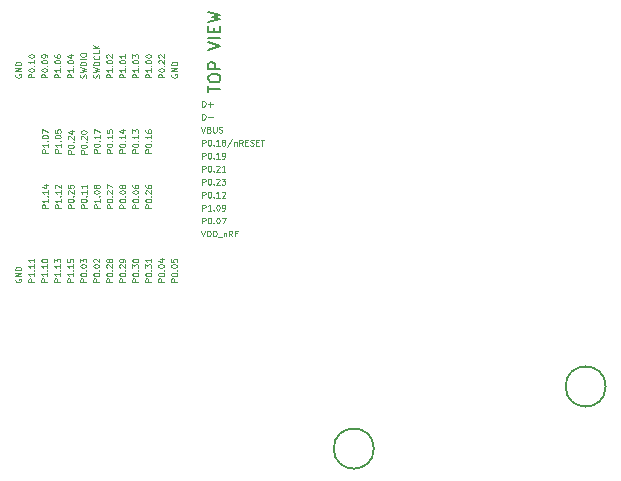
<source format=gbr>
%TF.GenerationSoftware,KiCad,Pcbnew,7.0.7*%
%TF.CreationDate,2023-12-03T19:38:24+01:00*%
%TF.ProjectId,nightliner,6e696768-746c-4696-9e65-722e6b696361,rev?*%
%TF.SameCoordinates,Original*%
%TF.FileFunction,Other,Comment*%
%FSLAX46Y46*%
G04 Gerber Fmt 4.6, Leading zero omitted, Abs format (unit mm)*
G04 Created by KiCad (PCBNEW 7.0.7) date 2023-12-03 19:38:24*
%MOMM*%
%LPD*%
G01*
G04 APERTURE LIST*
%ADD10C,0.100000*%
%ADD11C,0.127000*%
%ADD12C,0.150000*%
G04 APERTURE END LIST*
D10*
X43911136Y-93630029D02*
X43411136Y-93630029D01*
X43411136Y-93630029D02*
X43411136Y-93439553D01*
X43411136Y-93439553D02*
X43434946Y-93391934D01*
X43434946Y-93391934D02*
X43458755Y-93368124D01*
X43458755Y-93368124D02*
X43506374Y-93344315D01*
X43506374Y-93344315D02*
X43577803Y-93344315D01*
X43577803Y-93344315D02*
X43625422Y-93368124D01*
X43625422Y-93368124D02*
X43649231Y-93391934D01*
X43649231Y-93391934D02*
X43673041Y-93439553D01*
X43673041Y-93439553D02*
X43673041Y-93630029D01*
X43911136Y-92868124D02*
X43911136Y-93153838D01*
X43911136Y-93010981D02*
X43411136Y-93010981D01*
X43411136Y-93010981D02*
X43482565Y-93058600D01*
X43482565Y-93058600D02*
X43530184Y-93106219D01*
X43530184Y-93106219D02*
X43553993Y-93153838D01*
X43863517Y-92653839D02*
X43887327Y-92630029D01*
X43887327Y-92630029D02*
X43911136Y-92653839D01*
X43911136Y-92653839D02*
X43887327Y-92677648D01*
X43887327Y-92677648D02*
X43863517Y-92653839D01*
X43863517Y-92653839D02*
X43911136Y-92653839D01*
X43411136Y-92320506D02*
X43411136Y-92272887D01*
X43411136Y-92272887D02*
X43434946Y-92225268D01*
X43434946Y-92225268D02*
X43458755Y-92201458D01*
X43458755Y-92201458D02*
X43506374Y-92177649D01*
X43506374Y-92177649D02*
X43601612Y-92153839D01*
X43601612Y-92153839D02*
X43720660Y-92153839D01*
X43720660Y-92153839D02*
X43815898Y-92177649D01*
X43815898Y-92177649D02*
X43863517Y-92201458D01*
X43863517Y-92201458D02*
X43887327Y-92225268D01*
X43887327Y-92225268D02*
X43911136Y-92272887D01*
X43911136Y-92272887D02*
X43911136Y-92320506D01*
X43911136Y-92320506D02*
X43887327Y-92368125D01*
X43887327Y-92368125D02*
X43863517Y-92391934D01*
X43863517Y-92391934D02*
X43815898Y-92415744D01*
X43815898Y-92415744D02*
X43720660Y-92439553D01*
X43720660Y-92439553D02*
X43601612Y-92439553D01*
X43601612Y-92439553D02*
X43506374Y-92415744D01*
X43506374Y-92415744D02*
X43458755Y-92391934D01*
X43458755Y-92391934D02*
X43434946Y-92368125D01*
X43434946Y-92368125D02*
X43411136Y-92320506D01*
X43577803Y-91725268D02*
X43911136Y-91725268D01*
X43387327Y-91844316D02*
X43744469Y-91963363D01*
X43744469Y-91963363D02*
X43744469Y-91653840D01*
X39029286Y-93368124D02*
X39005476Y-93415743D01*
X39005476Y-93415743D02*
X39005476Y-93487172D01*
X39005476Y-93487172D02*
X39029286Y-93558600D01*
X39029286Y-93558600D02*
X39076905Y-93606219D01*
X39076905Y-93606219D02*
X39124524Y-93630029D01*
X39124524Y-93630029D02*
X39219762Y-93653838D01*
X39219762Y-93653838D02*
X39291190Y-93653838D01*
X39291190Y-93653838D02*
X39386428Y-93630029D01*
X39386428Y-93630029D02*
X39434047Y-93606219D01*
X39434047Y-93606219D02*
X39481667Y-93558600D01*
X39481667Y-93558600D02*
X39505476Y-93487172D01*
X39505476Y-93487172D02*
X39505476Y-93439553D01*
X39505476Y-93439553D02*
X39481667Y-93368124D01*
X39481667Y-93368124D02*
X39457857Y-93344315D01*
X39457857Y-93344315D02*
X39291190Y-93344315D01*
X39291190Y-93344315D02*
X39291190Y-93439553D01*
X39505476Y-93130029D02*
X39005476Y-93130029D01*
X39005476Y-93130029D02*
X39505476Y-92844315D01*
X39505476Y-92844315D02*
X39005476Y-92844315D01*
X39505476Y-92606219D02*
X39005476Y-92606219D01*
X39005476Y-92606219D02*
X39005476Y-92487171D01*
X39005476Y-92487171D02*
X39029286Y-92415743D01*
X39029286Y-92415743D02*
X39076905Y-92368124D01*
X39076905Y-92368124D02*
X39124524Y-92344314D01*
X39124524Y-92344314D02*
X39219762Y-92320505D01*
X39219762Y-92320505D02*
X39291190Y-92320505D01*
X39291190Y-92320505D02*
X39386428Y-92344314D01*
X39386428Y-92344314D02*
X39434047Y-92368124D01*
X39434047Y-92368124D02*
X39481667Y-92415743D01*
X39481667Y-92415743D02*
X39505476Y-92487171D01*
X39505476Y-92487171D02*
X39505476Y-92606219D01*
X47215381Y-93630029D02*
X46715381Y-93630029D01*
X46715381Y-93630029D02*
X46715381Y-93439553D01*
X46715381Y-93439553D02*
X46739191Y-93391934D01*
X46739191Y-93391934D02*
X46763000Y-93368124D01*
X46763000Y-93368124D02*
X46810619Y-93344315D01*
X46810619Y-93344315D02*
X46882048Y-93344315D01*
X46882048Y-93344315D02*
X46929667Y-93368124D01*
X46929667Y-93368124D02*
X46953476Y-93391934D01*
X46953476Y-93391934D02*
X46977286Y-93439553D01*
X46977286Y-93439553D02*
X46977286Y-93630029D01*
X47215381Y-92868124D02*
X47215381Y-93153838D01*
X47215381Y-93010981D02*
X46715381Y-93010981D01*
X46715381Y-93010981D02*
X46786810Y-93058600D01*
X46786810Y-93058600D02*
X46834429Y-93106219D01*
X46834429Y-93106219D02*
X46858238Y-93153838D01*
X47167762Y-92653839D02*
X47191572Y-92630029D01*
X47191572Y-92630029D02*
X47215381Y-92653839D01*
X47215381Y-92653839D02*
X47191572Y-92677648D01*
X47191572Y-92677648D02*
X47167762Y-92653839D01*
X47167762Y-92653839D02*
X47215381Y-92653839D01*
X46715381Y-92320506D02*
X46715381Y-92272887D01*
X46715381Y-92272887D02*
X46739191Y-92225268D01*
X46739191Y-92225268D02*
X46763000Y-92201458D01*
X46763000Y-92201458D02*
X46810619Y-92177649D01*
X46810619Y-92177649D02*
X46905857Y-92153839D01*
X46905857Y-92153839D02*
X47024905Y-92153839D01*
X47024905Y-92153839D02*
X47120143Y-92177649D01*
X47120143Y-92177649D02*
X47167762Y-92201458D01*
X47167762Y-92201458D02*
X47191572Y-92225268D01*
X47191572Y-92225268D02*
X47215381Y-92272887D01*
X47215381Y-92272887D02*
X47215381Y-92320506D01*
X47215381Y-92320506D02*
X47191572Y-92368125D01*
X47191572Y-92368125D02*
X47167762Y-92391934D01*
X47167762Y-92391934D02*
X47120143Y-92415744D01*
X47120143Y-92415744D02*
X47024905Y-92439553D01*
X47024905Y-92439553D02*
X46905857Y-92439553D01*
X46905857Y-92439553D02*
X46810619Y-92415744D01*
X46810619Y-92415744D02*
X46763000Y-92391934D01*
X46763000Y-92391934D02*
X46739191Y-92368125D01*
X46739191Y-92368125D02*
X46715381Y-92320506D01*
X46763000Y-91963363D02*
X46739191Y-91939554D01*
X46739191Y-91939554D02*
X46715381Y-91891935D01*
X46715381Y-91891935D02*
X46715381Y-91772887D01*
X46715381Y-91772887D02*
X46739191Y-91725268D01*
X46739191Y-91725268D02*
X46763000Y-91701459D01*
X46763000Y-91701459D02*
X46810619Y-91677649D01*
X46810619Y-91677649D02*
X46858238Y-91677649D01*
X46858238Y-91677649D02*
X46929667Y-91701459D01*
X46929667Y-91701459D02*
X47215381Y-91987173D01*
X47215381Y-91987173D02*
X47215381Y-91677649D01*
X54753224Y-97801999D02*
X54919890Y-98301999D01*
X54919890Y-98301999D02*
X55086557Y-97801999D01*
X55419890Y-98040094D02*
X55491318Y-98063904D01*
X55491318Y-98063904D02*
X55515128Y-98087713D01*
X55515128Y-98087713D02*
X55538937Y-98135332D01*
X55538937Y-98135332D02*
X55538937Y-98206761D01*
X55538937Y-98206761D02*
X55515128Y-98254380D01*
X55515128Y-98254380D02*
X55491318Y-98278190D01*
X55491318Y-98278190D02*
X55443699Y-98301999D01*
X55443699Y-98301999D02*
X55253223Y-98301999D01*
X55253223Y-98301999D02*
X55253223Y-97801999D01*
X55253223Y-97801999D02*
X55419890Y-97801999D01*
X55419890Y-97801999D02*
X55467509Y-97825809D01*
X55467509Y-97825809D02*
X55491318Y-97849618D01*
X55491318Y-97849618D02*
X55515128Y-97897237D01*
X55515128Y-97897237D02*
X55515128Y-97944856D01*
X55515128Y-97944856D02*
X55491318Y-97992475D01*
X55491318Y-97992475D02*
X55467509Y-98016285D01*
X55467509Y-98016285D02*
X55419890Y-98040094D01*
X55419890Y-98040094D02*
X55253223Y-98040094D01*
X55753223Y-97801999D02*
X55753223Y-98206761D01*
X55753223Y-98206761D02*
X55777033Y-98254380D01*
X55777033Y-98254380D02*
X55800842Y-98278190D01*
X55800842Y-98278190D02*
X55848461Y-98301999D01*
X55848461Y-98301999D02*
X55943699Y-98301999D01*
X55943699Y-98301999D02*
X55991318Y-98278190D01*
X55991318Y-98278190D02*
X56015128Y-98254380D01*
X56015128Y-98254380D02*
X56038937Y-98206761D01*
X56038937Y-98206761D02*
X56038937Y-97801999D01*
X56253224Y-98278190D02*
X56324652Y-98301999D01*
X56324652Y-98301999D02*
X56443700Y-98301999D01*
X56443700Y-98301999D02*
X56491319Y-98278190D01*
X56491319Y-98278190D02*
X56515128Y-98254380D01*
X56515128Y-98254380D02*
X56538938Y-98206761D01*
X56538938Y-98206761D02*
X56538938Y-98159142D01*
X56538938Y-98159142D02*
X56515128Y-98111523D01*
X56515128Y-98111523D02*
X56491319Y-98087713D01*
X56491319Y-98087713D02*
X56443700Y-98063904D01*
X56443700Y-98063904D02*
X56348462Y-98040094D01*
X56348462Y-98040094D02*
X56300843Y-98016285D01*
X56300843Y-98016285D02*
X56277033Y-97992475D01*
X56277033Y-97992475D02*
X56253224Y-97944856D01*
X56253224Y-97944856D02*
X56253224Y-97897237D01*
X56253224Y-97897237D02*
X56277033Y-97849618D01*
X56277033Y-97849618D02*
X56300843Y-97825809D01*
X56300843Y-97825809D02*
X56348462Y-97801999D01*
X56348462Y-97801999D02*
X56467509Y-97801999D01*
X56467509Y-97801999D02*
X56538938Y-97825809D01*
X48299460Y-110936904D02*
X47799460Y-110936904D01*
X47799460Y-110936904D02*
X47799460Y-110746428D01*
X47799460Y-110746428D02*
X47823270Y-110698809D01*
X47823270Y-110698809D02*
X47847079Y-110674999D01*
X47847079Y-110674999D02*
X47894698Y-110651190D01*
X47894698Y-110651190D02*
X47966127Y-110651190D01*
X47966127Y-110651190D02*
X48013746Y-110674999D01*
X48013746Y-110674999D02*
X48037555Y-110698809D01*
X48037555Y-110698809D02*
X48061365Y-110746428D01*
X48061365Y-110746428D02*
X48061365Y-110936904D01*
X47799460Y-110341666D02*
X47799460Y-110294047D01*
X47799460Y-110294047D02*
X47823270Y-110246428D01*
X47823270Y-110246428D02*
X47847079Y-110222618D01*
X47847079Y-110222618D02*
X47894698Y-110198809D01*
X47894698Y-110198809D02*
X47989936Y-110174999D01*
X47989936Y-110174999D02*
X48108984Y-110174999D01*
X48108984Y-110174999D02*
X48204222Y-110198809D01*
X48204222Y-110198809D02*
X48251841Y-110222618D01*
X48251841Y-110222618D02*
X48275651Y-110246428D01*
X48275651Y-110246428D02*
X48299460Y-110294047D01*
X48299460Y-110294047D02*
X48299460Y-110341666D01*
X48299460Y-110341666D02*
X48275651Y-110389285D01*
X48275651Y-110389285D02*
X48251841Y-110413094D01*
X48251841Y-110413094D02*
X48204222Y-110436904D01*
X48204222Y-110436904D02*
X48108984Y-110460713D01*
X48108984Y-110460713D02*
X47989936Y-110460713D01*
X47989936Y-110460713D02*
X47894698Y-110436904D01*
X47894698Y-110436904D02*
X47847079Y-110413094D01*
X47847079Y-110413094D02*
X47823270Y-110389285D01*
X47823270Y-110389285D02*
X47799460Y-110341666D01*
X48251841Y-109960714D02*
X48275651Y-109936904D01*
X48275651Y-109936904D02*
X48299460Y-109960714D01*
X48299460Y-109960714D02*
X48275651Y-109984523D01*
X48275651Y-109984523D02*
X48251841Y-109960714D01*
X48251841Y-109960714D02*
X48299460Y-109960714D01*
X47847079Y-109746428D02*
X47823270Y-109722619D01*
X47823270Y-109722619D02*
X47799460Y-109675000D01*
X47799460Y-109675000D02*
X47799460Y-109555952D01*
X47799460Y-109555952D02*
X47823270Y-109508333D01*
X47823270Y-109508333D02*
X47847079Y-109484524D01*
X47847079Y-109484524D02*
X47894698Y-109460714D01*
X47894698Y-109460714D02*
X47942317Y-109460714D01*
X47942317Y-109460714D02*
X48013746Y-109484524D01*
X48013746Y-109484524D02*
X48299460Y-109770238D01*
X48299460Y-109770238D02*
X48299460Y-109460714D01*
X48299460Y-109222619D02*
X48299460Y-109127381D01*
X48299460Y-109127381D02*
X48275651Y-109079762D01*
X48275651Y-109079762D02*
X48251841Y-109055953D01*
X48251841Y-109055953D02*
X48180412Y-109008334D01*
X48180412Y-109008334D02*
X48085174Y-108984524D01*
X48085174Y-108984524D02*
X47894698Y-108984524D01*
X47894698Y-108984524D02*
X47847079Y-109008334D01*
X47847079Y-109008334D02*
X47823270Y-109032143D01*
X47823270Y-109032143D02*
X47799460Y-109079762D01*
X47799460Y-109079762D02*
X47799460Y-109175000D01*
X47799460Y-109175000D02*
X47823270Y-109222619D01*
X47823270Y-109222619D02*
X47847079Y-109246429D01*
X47847079Y-109246429D02*
X47894698Y-109270238D01*
X47894698Y-109270238D02*
X48013746Y-109270238D01*
X48013746Y-109270238D02*
X48061365Y-109246429D01*
X48061365Y-109246429D02*
X48085174Y-109222619D01*
X48085174Y-109222619D02*
X48108984Y-109175000D01*
X48108984Y-109175000D02*
X48108984Y-109079762D01*
X48108984Y-109079762D02*
X48085174Y-109032143D01*
X48085174Y-109032143D02*
X48061365Y-109008334D01*
X48061365Y-109008334D02*
X48013746Y-108984524D01*
X46129539Y-99994599D02*
X45629539Y-99994599D01*
X45629539Y-99994599D02*
X45629539Y-99804123D01*
X45629539Y-99804123D02*
X45653349Y-99756504D01*
X45653349Y-99756504D02*
X45677158Y-99732694D01*
X45677158Y-99732694D02*
X45724777Y-99708885D01*
X45724777Y-99708885D02*
X45796206Y-99708885D01*
X45796206Y-99708885D02*
X45843825Y-99732694D01*
X45843825Y-99732694D02*
X45867634Y-99756504D01*
X45867634Y-99756504D02*
X45891444Y-99804123D01*
X45891444Y-99804123D02*
X45891444Y-99994599D01*
X45629539Y-99399361D02*
X45629539Y-99351742D01*
X45629539Y-99351742D02*
X45653349Y-99304123D01*
X45653349Y-99304123D02*
X45677158Y-99280313D01*
X45677158Y-99280313D02*
X45724777Y-99256504D01*
X45724777Y-99256504D02*
X45820015Y-99232694D01*
X45820015Y-99232694D02*
X45939063Y-99232694D01*
X45939063Y-99232694D02*
X46034301Y-99256504D01*
X46034301Y-99256504D02*
X46081920Y-99280313D01*
X46081920Y-99280313D02*
X46105730Y-99304123D01*
X46105730Y-99304123D02*
X46129539Y-99351742D01*
X46129539Y-99351742D02*
X46129539Y-99399361D01*
X46129539Y-99399361D02*
X46105730Y-99446980D01*
X46105730Y-99446980D02*
X46081920Y-99470789D01*
X46081920Y-99470789D02*
X46034301Y-99494599D01*
X46034301Y-99494599D02*
X45939063Y-99518408D01*
X45939063Y-99518408D02*
X45820015Y-99518408D01*
X45820015Y-99518408D02*
X45724777Y-99494599D01*
X45724777Y-99494599D02*
X45677158Y-99470789D01*
X45677158Y-99470789D02*
X45653349Y-99446980D01*
X45653349Y-99446980D02*
X45629539Y-99399361D01*
X46081920Y-99018409D02*
X46105730Y-98994599D01*
X46105730Y-98994599D02*
X46129539Y-99018409D01*
X46129539Y-99018409D02*
X46105730Y-99042218D01*
X46105730Y-99042218D02*
X46081920Y-99018409D01*
X46081920Y-99018409D02*
X46129539Y-99018409D01*
X46129539Y-98518409D02*
X46129539Y-98804123D01*
X46129539Y-98661266D02*
X45629539Y-98661266D01*
X45629539Y-98661266D02*
X45700968Y-98708885D01*
X45700968Y-98708885D02*
X45748587Y-98756504D01*
X45748587Y-98756504D02*
X45772396Y-98804123D01*
X45629539Y-98351743D02*
X45629539Y-98018410D01*
X45629539Y-98018410D02*
X46129539Y-98232695D01*
X48316796Y-93630029D02*
X47816796Y-93630029D01*
X47816796Y-93630029D02*
X47816796Y-93439553D01*
X47816796Y-93439553D02*
X47840606Y-93391934D01*
X47840606Y-93391934D02*
X47864415Y-93368124D01*
X47864415Y-93368124D02*
X47912034Y-93344315D01*
X47912034Y-93344315D02*
X47983463Y-93344315D01*
X47983463Y-93344315D02*
X48031082Y-93368124D01*
X48031082Y-93368124D02*
X48054891Y-93391934D01*
X48054891Y-93391934D02*
X48078701Y-93439553D01*
X48078701Y-93439553D02*
X48078701Y-93630029D01*
X48316796Y-92868124D02*
X48316796Y-93153838D01*
X48316796Y-93010981D02*
X47816796Y-93010981D01*
X47816796Y-93010981D02*
X47888225Y-93058600D01*
X47888225Y-93058600D02*
X47935844Y-93106219D01*
X47935844Y-93106219D02*
X47959653Y-93153838D01*
X48269177Y-92653839D02*
X48292987Y-92630029D01*
X48292987Y-92630029D02*
X48316796Y-92653839D01*
X48316796Y-92653839D02*
X48292987Y-92677648D01*
X48292987Y-92677648D02*
X48269177Y-92653839D01*
X48269177Y-92653839D02*
X48316796Y-92653839D01*
X47816796Y-92320506D02*
X47816796Y-92272887D01*
X47816796Y-92272887D02*
X47840606Y-92225268D01*
X47840606Y-92225268D02*
X47864415Y-92201458D01*
X47864415Y-92201458D02*
X47912034Y-92177649D01*
X47912034Y-92177649D02*
X48007272Y-92153839D01*
X48007272Y-92153839D02*
X48126320Y-92153839D01*
X48126320Y-92153839D02*
X48221558Y-92177649D01*
X48221558Y-92177649D02*
X48269177Y-92201458D01*
X48269177Y-92201458D02*
X48292987Y-92225268D01*
X48292987Y-92225268D02*
X48316796Y-92272887D01*
X48316796Y-92272887D02*
X48316796Y-92320506D01*
X48316796Y-92320506D02*
X48292987Y-92368125D01*
X48292987Y-92368125D02*
X48269177Y-92391934D01*
X48269177Y-92391934D02*
X48221558Y-92415744D01*
X48221558Y-92415744D02*
X48126320Y-92439553D01*
X48126320Y-92439553D02*
X48007272Y-92439553D01*
X48007272Y-92439553D02*
X47912034Y-92415744D01*
X47912034Y-92415744D02*
X47864415Y-92391934D01*
X47864415Y-92391934D02*
X47840606Y-92368125D01*
X47840606Y-92368125D02*
X47816796Y-92320506D01*
X48316796Y-91677649D02*
X48316796Y-91963363D01*
X48316796Y-91820506D02*
X47816796Y-91820506D01*
X47816796Y-91820506D02*
X47888225Y-91868125D01*
X47888225Y-91868125D02*
X47935844Y-91915744D01*
X47935844Y-91915744D02*
X47959653Y-91963363D01*
X40604724Y-110936904D02*
X40104724Y-110936904D01*
X40104724Y-110936904D02*
X40104724Y-110746428D01*
X40104724Y-110746428D02*
X40128534Y-110698809D01*
X40128534Y-110698809D02*
X40152343Y-110674999D01*
X40152343Y-110674999D02*
X40199962Y-110651190D01*
X40199962Y-110651190D02*
X40271391Y-110651190D01*
X40271391Y-110651190D02*
X40319010Y-110674999D01*
X40319010Y-110674999D02*
X40342819Y-110698809D01*
X40342819Y-110698809D02*
X40366629Y-110746428D01*
X40366629Y-110746428D02*
X40366629Y-110936904D01*
X40604724Y-110174999D02*
X40604724Y-110460713D01*
X40604724Y-110317856D02*
X40104724Y-110317856D01*
X40104724Y-110317856D02*
X40176153Y-110365475D01*
X40176153Y-110365475D02*
X40223772Y-110413094D01*
X40223772Y-110413094D02*
X40247581Y-110460713D01*
X40557105Y-109960714D02*
X40580915Y-109936904D01*
X40580915Y-109936904D02*
X40604724Y-109960714D01*
X40604724Y-109960714D02*
X40580915Y-109984523D01*
X40580915Y-109984523D02*
X40557105Y-109960714D01*
X40557105Y-109960714D02*
X40604724Y-109960714D01*
X40604724Y-109460714D02*
X40604724Y-109746428D01*
X40604724Y-109603571D02*
X40104724Y-109603571D01*
X40104724Y-109603571D02*
X40176153Y-109651190D01*
X40176153Y-109651190D02*
X40223772Y-109698809D01*
X40223772Y-109698809D02*
X40247581Y-109746428D01*
X40604724Y-108984524D02*
X40604724Y-109270238D01*
X40604724Y-109127381D02*
X40104724Y-109127381D01*
X40104724Y-109127381D02*
X40176153Y-109175000D01*
X40176153Y-109175000D02*
X40223772Y-109222619D01*
X40223772Y-109222619D02*
X40247581Y-109270238D01*
X42848289Y-99994599D02*
X42348289Y-99994599D01*
X42348289Y-99994599D02*
X42348289Y-99804123D01*
X42348289Y-99804123D02*
X42372099Y-99756504D01*
X42372099Y-99756504D02*
X42395908Y-99732694D01*
X42395908Y-99732694D02*
X42443527Y-99708885D01*
X42443527Y-99708885D02*
X42514956Y-99708885D01*
X42514956Y-99708885D02*
X42562575Y-99732694D01*
X42562575Y-99732694D02*
X42586384Y-99756504D01*
X42586384Y-99756504D02*
X42610194Y-99804123D01*
X42610194Y-99804123D02*
X42610194Y-99994599D01*
X42848289Y-99232694D02*
X42848289Y-99518408D01*
X42848289Y-99375551D02*
X42348289Y-99375551D01*
X42348289Y-99375551D02*
X42419718Y-99423170D01*
X42419718Y-99423170D02*
X42467337Y-99470789D01*
X42467337Y-99470789D02*
X42491146Y-99518408D01*
X42800670Y-99018409D02*
X42824480Y-98994599D01*
X42824480Y-98994599D02*
X42848289Y-99018409D01*
X42848289Y-99018409D02*
X42824480Y-99042218D01*
X42824480Y-99042218D02*
X42800670Y-99018409D01*
X42800670Y-99018409D02*
X42848289Y-99018409D01*
X42348289Y-98685076D02*
X42348289Y-98637457D01*
X42348289Y-98637457D02*
X42372099Y-98589838D01*
X42372099Y-98589838D02*
X42395908Y-98566028D01*
X42395908Y-98566028D02*
X42443527Y-98542219D01*
X42443527Y-98542219D02*
X42538765Y-98518409D01*
X42538765Y-98518409D02*
X42657813Y-98518409D01*
X42657813Y-98518409D02*
X42753051Y-98542219D01*
X42753051Y-98542219D02*
X42800670Y-98566028D01*
X42800670Y-98566028D02*
X42824480Y-98589838D01*
X42824480Y-98589838D02*
X42848289Y-98637457D01*
X42848289Y-98637457D02*
X42848289Y-98685076D01*
X42848289Y-98685076D02*
X42824480Y-98732695D01*
X42824480Y-98732695D02*
X42800670Y-98756504D01*
X42800670Y-98756504D02*
X42753051Y-98780314D01*
X42753051Y-98780314D02*
X42657813Y-98804123D01*
X42657813Y-98804123D02*
X42538765Y-98804123D01*
X42538765Y-98804123D02*
X42443527Y-98780314D01*
X42443527Y-98780314D02*
X42395908Y-98756504D01*
X42395908Y-98756504D02*
X42372099Y-98732695D01*
X42372099Y-98732695D02*
X42348289Y-98685076D01*
X42348289Y-98066029D02*
X42348289Y-98304124D01*
X42348289Y-98304124D02*
X42586384Y-98327933D01*
X42586384Y-98327933D02*
X42562575Y-98304124D01*
X42562575Y-98304124D02*
X42538765Y-98256505D01*
X42538765Y-98256505D02*
X42538765Y-98137457D01*
X42538765Y-98137457D02*
X42562575Y-98089838D01*
X42562575Y-98089838D02*
X42586384Y-98066029D01*
X42586384Y-98066029D02*
X42634003Y-98042219D01*
X42634003Y-98042219D02*
X42753051Y-98042219D01*
X42753051Y-98042219D02*
X42800670Y-98066029D01*
X42800670Y-98066029D02*
X42824480Y-98089838D01*
X42824480Y-98089838D02*
X42848289Y-98137457D01*
X42848289Y-98137457D02*
X42848289Y-98256505D01*
X42848289Y-98256505D02*
X42824480Y-98304124D01*
X42824480Y-98304124D02*
X42800670Y-98327933D01*
X45035789Y-100077909D02*
X44535789Y-100077909D01*
X44535789Y-100077909D02*
X44535789Y-99887433D01*
X44535789Y-99887433D02*
X44559599Y-99839814D01*
X44559599Y-99839814D02*
X44583408Y-99816004D01*
X44583408Y-99816004D02*
X44631027Y-99792195D01*
X44631027Y-99792195D02*
X44702456Y-99792195D01*
X44702456Y-99792195D02*
X44750075Y-99816004D01*
X44750075Y-99816004D02*
X44773884Y-99839814D01*
X44773884Y-99839814D02*
X44797694Y-99887433D01*
X44797694Y-99887433D02*
X44797694Y-100077909D01*
X44535789Y-99482671D02*
X44535789Y-99435052D01*
X44535789Y-99435052D02*
X44559599Y-99387433D01*
X44559599Y-99387433D02*
X44583408Y-99363623D01*
X44583408Y-99363623D02*
X44631027Y-99339814D01*
X44631027Y-99339814D02*
X44726265Y-99316004D01*
X44726265Y-99316004D02*
X44845313Y-99316004D01*
X44845313Y-99316004D02*
X44940551Y-99339814D01*
X44940551Y-99339814D02*
X44988170Y-99363623D01*
X44988170Y-99363623D02*
X45011980Y-99387433D01*
X45011980Y-99387433D02*
X45035789Y-99435052D01*
X45035789Y-99435052D02*
X45035789Y-99482671D01*
X45035789Y-99482671D02*
X45011980Y-99530290D01*
X45011980Y-99530290D02*
X44988170Y-99554099D01*
X44988170Y-99554099D02*
X44940551Y-99577909D01*
X44940551Y-99577909D02*
X44845313Y-99601718D01*
X44845313Y-99601718D02*
X44726265Y-99601718D01*
X44726265Y-99601718D02*
X44631027Y-99577909D01*
X44631027Y-99577909D02*
X44583408Y-99554099D01*
X44583408Y-99554099D02*
X44559599Y-99530290D01*
X44559599Y-99530290D02*
X44535789Y-99482671D01*
X44988170Y-99101719D02*
X45011980Y-99077909D01*
X45011980Y-99077909D02*
X45035789Y-99101719D01*
X45035789Y-99101719D02*
X45011980Y-99125528D01*
X45011980Y-99125528D02*
X44988170Y-99101719D01*
X44988170Y-99101719D02*
X45035789Y-99101719D01*
X44583408Y-98887433D02*
X44559599Y-98863624D01*
X44559599Y-98863624D02*
X44535789Y-98816005D01*
X44535789Y-98816005D02*
X44535789Y-98696957D01*
X44535789Y-98696957D02*
X44559599Y-98649338D01*
X44559599Y-98649338D02*
X44583408Y-98625529D01*
X44583408Y-98625529D02*
X44631027Y-98601719D01*
X44631027Y-98601719D02*
X44678646Y-98601719D01*
X44678646Y-98601719D02*
X44750075Y-98625529D01*
X44750075Y-98625529D02*
X45035789Y-98911243D01*
X45035789Y-98911243D02*
X45035789Y-98601719D01*
X44535789Y-98292196D02*
X44535789Y-98244577D01*
X44535789Y-98244577D02*
X44559599Y-98196958D01*
X44559599Y-98196958D02*
X44583408Y-98173148D01*
X44583408Y-98173148D02*
X44631027Y-98149339D01*
X44631027Y-98149339D02*
X44726265Y-98125529D01*
X44726265Y-98125529D02*
X44845313Y-98125529D01*
X44845313Y-98125529D02*
X44940551Y-98149339D01*
X44940551Y-98149339D02*
X44988170Y-98173148D01*
X44988170Y-98173148D02*
X45011980Y-98196958D01*
X45011980Y-98196958D02*
X45035789Y-98244577D01*
X45035789Y-98244577D02*
X45035789Y-98292196D01*
X45035789Y-98292196D02*
X45011980Y-98339815D01*
X45011980Y-98339815D02*
X44988170Y-98363624D01*
X44988170Y-98363624D02*
X44940551Y-98387434D01*
X44940551Y-98387434D02*
X44845313Y-98411243D01*
X44845313Y-98411243D02*
X44726265Y-98411243D01*
X44726265Y-98411243D02*
X44631027Y-98387434D01*
X44631027Y-98387434D02*
X44583408Y-98363624D01*
X44583408Y-98363624D02*
X44559599Y-98339815D01*
X44559599Y-98339815D02*
X44535789Y-98292196D01*
X42848289Y-104674356D02*
X42348289Y-104674356D01*
X42348289Y-104674356D02*
X42348289Y-104483880D01*
X42348289Y-104483880D02*
X42372099Y-104436261D01*
X42372099Y-104436261D02*
X42395908Y-104412451D01*
X42395908Y-104412451D02*
X42443527Y-104388642D01*
X42443527Y-104388642D02*
X42514956Y-104388642D01*
X42514956Y-104388642D02*
X42562575Y-104412451D01*
X42562575Y-104412451D02*
X42586384Y-104436261D01*
X42586384Y-104436261D02*
X42610194Y-104483880D01*
X42610194Y-104483880D02*
X42610194Y-104674356D01*
X42848289Y-103912451D02*
X42848289Y-104198165D01*
X42848289Y-104055308D02*
X42348289Y-104055308D01*
X42348289Y-104055308D02*
X42419718Y-104102927D01*
X42419718Y-104102927D02*
X42467337Y-104150546D01*
X42467337Y-104150546D02*
X42491146Y-104198165D01*
X42800670Y-103698166D02*
X42824480Y-103674356D01*
X42824480Y-103674356D02*
X42848289Y-103698166D01*
X42848289Y-103698166D02*
X42824480Y-103721975D01*
X42824480Y-103721975D02*
X42800670Y-103698166D01*
X42800670Y-103698166D02*
X42848289Y-103698166D01*
X42848289Y-103198166D02*
X42848289Y-103483880D01*
X42848289Y-103341023D02*
X42348289Y-103341023D01*
X42348289Y-103341023D02*
X42419718Y-103388642D01*
X42419718Y-103388642D02*
X42467337Y-103436261D01*
X42467337Y-103436261D02*
X42491146Y-103483880D01*
X42395908Y-103007690D02*
X42372099Y-102983881D01*
X42372099Y-102983881D02*
X42348289Y-102936262D01*
X42348289Y-102936262D02*
X42348289Y-102817214D01*
X42348289Y-102817214D02*
X42372099Y-102769595D01*
X42372099Y-102769595D02*
X42395908Y-102745786D01*
X42395908Y-102745786D02*
X42443527Y-102721976D01*
X42443527Y-102721976D02*
X42491146Y-102721976D01*
X42491146Y-102721976D02*
X42562575Y-102745786D01*
X42562575Y-102745786D02*
X42848289Y-103031500D01*
X42848289Y-103031500D02*
X42848289Y-102721976D01*
X54824652Y-106001341D02*
X54824652Y-105501341D01*
X54824652Y-105501341D02*
X55015128Y-105501341D01*
X55015128Y-105501341D02*
X55062747Y-105525151D01*
X55062747Y-105525151D02*
X55086557Y-105548960D01*
X55086557Y-105548960D02*
X55110366Y-105596579D01*
X55110366Y-105596579D02*
X55110366Y-105668008D01*
X55110366Y-105668008D02*
X55086557Y-105715627D01*
X55086557Y-105715627D02*
X55062747Y-105739436D01*
X55062747Y-105739436D02*
X55015128Y-105763246D01*
X55015128Y-105763246D02*
X54824652Y-105763246D01*
X55419890Y-105501341D02*
X55467509Y-105501341D01*
X55467509Y-105501341D02*
X55515128Y-105525151D01*
X55515128Y-105525151D02*
X55538938Y-105548960D01*
X55538938Y-105548960D02*
X55562747Y-105596579D01*
X55562747Y-105596579D02*
X55586557Y-105691817D01*
X55586557Y-105691817D02*
X55586557Y-105810865D01*
X55586557Y-105810865D02*
X55562747Y-105906103D01*
X55562747Y-105906103D02*
X55538938Y-105953722D01*
X55538938Y-105953722D02*
X55515128Y-105977532D01*
X55515128Y-105977532D02*
X55467509Y-106001341D01*
X55467509Y-106001341D02*
X55419890Y-106001341D01*
X55419890Y-106001341D02*
X55372271Y-105977532D01*
X55372271Y-105977532D02*
X55348462Y-105953722D01*
X55348462Y-105953722D02*
X55324652Y-105906103D01*
X55324652Y-105906103D02*
X55300843Y-105810865D01*
X55300843Y-105810865D02*
X55300843Y-105691817D01*
X55300843Y-105691817D02*
X55324652Y-105596579D01*
X55324652Y-105596579D02*
X55348462Y-105548960D01*
X55348462Y-105548960D02*
X55372271Y-105525151D01*
X55372271Y-105525151D02*
X55419890Y-105501341D01*
X55800842Y-105953722D02*
X55824652Y-105977532D01*
X55824652Y-105977532D02*
X55800842Y-106001341D01*
X55800842Y-106001341D02*
X55777033Y-105977532D01*
X55777033Y-105977532D02*
X55800842Y-105953722D01*
X55800842Y-105953722D02*
X55800842Y-106001341D01*
X56134175Y-105501341D02*
X56181794Y-105501341D01*
X56181794Y-105501341D02*
X56229413Y-105525151D01*
X56229413Y-105525151D02*
X56253223Y-105548960D01*
X56253223Y-105548960D02*
X56277032Y-105596579D01*
X56277032Y-105596579D02*
X56300842Y-105691817D01*
X56300842Y-105691817D02*
X56300842Y-105810865D01*
X56300842Y-105810865D02*
X56277032Y-105906103D01*
X56277032Y-105906103D02*
X56253223Y-105953722D01*
X56253223Y-105953722D02*
X56229413Y-105977532D01*
X56229413Y-105977532D02*
X56181794Y-106001341D01*
X56181794Y-106001341D02*
X56134175Y-106001341D01*
X56134175Y-106001341D02*
X56086556Y-105977532D01*
X56086556Y-105977532D02*
X56062747Y-105953722D01*
X56062747Y-105953722D02*
X56038937Y-105906103D01*
X56038937Y-105906103D02*
X56015128Y-105810865D01*
X56015128Y-105810865D02*
X56015128Y-105691817D01*
X56015128Y-105691817D02*
X56038937Y-105596579D01*
X56038937Y-105596579D02*
X56062747Y-105548960D01*
X56062747Y-105548960D02*
X56086556Y-105525151D01*
X56086556Y-105525151D02*
X56134175Y-105501341D01*
X56467508Y-105501341D02*
X56800841Y-105501341D01*
X56800841Y-105501341D02*
X56586556Y-106001341D01*
X54824652Y-102701623D02*
X54824652Y-102201623D01*
X54824652Y-102201623D02*
X55015128Y-102201623D01*
X55015128Y-102201623D02*
X55062747Y-102225433D01*
X55062747Y-102225433D02*
X55086557Y-102249242D01*
X55086557Y-102249242D02*
X55110366Y-102296861D01*
X55110366Y-102296861D02*
X55110366Y-102368290D01*
X55110366Y-102368290D02*
X55086557Y-102415909D01*
X55086557Y-102415909D02*
X55062747Y-102439718D01*
X55062747Y-102439718D02*
X55015128Y-102463528D01*
X55015128Y-102463528D02*
X54824652Y-102463528D01*
X55419890Y-102201623D02*
X55467509Y-102201623D01*
X55467509Y-102201623D02*
X55515128Y-102225433D01*
X55515128Y-102225433D02*
X55538938Y-102249242D01*
X55538938Y-102249242D02*
X55562747Y-102296861D01*
X55562747Y-102296861D02*
X55586557Y-102392099D01*
X55586557Y-102392099D02*
X55586557Y-102511147D01*
X55586557Y-102511147D02*
X55562747Y-102606385D01*
X55562747Y-102606385D02*
X55538938Y-102654004D01*
X55538938Y-102654004D02*
X55515128Y-102677814D01*
X55515128Y-102677814D02*
X55467509Y-102701623D01*
X55467509Y-102701623D02*
X55419890Y-102701623D01*
X55419890Y-102701623D02*
X55372271Y-102677814D01*
X55372271Y-102677814D02*
X55348462Y-102654004D01*
X55348462Y-102654004D02*
X55324652Y-102606385D01*
X55324652Y-102606385D02*
X55300843Y-102511147D01*
X55300843Y-102511147D02*
X55300843Y-102392099D01*
X55300843Y-102392099D02*
X55324652Y-102296861D01*
X55324652Y-102296861D02*
X55348462Y-102249242D01*
X55348462Y-102249242D02*
X55372271Y-102225433D01*
X55372271Y-102225433D02*
X55419890Y-102201623D01*
X55800842Y-102654004D02*
X55824652Y-102677814D01*
X55824652Y-102677814D02*
X55800842Y-102701623D01*
X55800842Y-102701623D02*
X55777033Y-102677814D01*
X55777033Y-102677814D02*
X55800842Y-102654004D01*
X55800842Y-102654004D02*
X55800842Y-102701623D01*
X56015128Y-102249242D02*
X56038937Y-102225433D01*
X56038937Y-102225433D02*
X56086556Y-102201623D01*
X56086556Y-102201623D02*
X56205604Y-102201623D01*
X56205604Y-102201623D02*
X56253223Y-102225433D01*
X56253223Y-102225433D02*
X56277032Y-102249242D01*
X56277032Y-102249242D02*
X56300842Y-102296861D01*
X56300842Y-102296861D02*
X56300842Y-102344480D01*
X56300842Y-102344480D02*
X56277032Y-102415909D01*
X56277032Y-102415909D02*
X55991318Y-102701623D01*
X55991318Y-102701623D02*
X56300842Y-102701623D01*
X56467508Y-102201623D02*
X56777032Y-102201623D01*
X56777032Y-102201623D02*
X56610365Y-102392099D01*
X56610365Y-102392099D02*
X56681794Y-102392099D01*
X56681794Y-102392099D02*
X56729413Y-102415909D01*
X56729413Y-102415909D02*
X56753222Y-102439718D01*
X56753222Y-102439718D02*
X56777032Y-102487337D01*
X56777032Y-102487337D02*
X56777032Y-102606385D01*
X56777032Y-102606385D02*
X56753222Y-102654004D01*
X56753222Y-102654004D02*
X56729413Y-102677814D01*
X56729413Y-102677814D02*
X56681794Y-102701623D01*
X56681794Y-102701623D02*
X56538937Y-102701623D01*
X56538937Y-102701623D02*
X56491318Y-102677814D01*
X56491318Y-102677814D02*
X56467508Y-102654004D01*
D11*
X55336872Y-94900628D02*
X55336872Y-94320056D01*
X56352872Y-94610342D02*
X55336872Y-94610342D01*
X55336872Y-93787866D02*
X55336872Y-93594342D01*
X55336872Y-93594342D02*
X55385253Y-93497580D01*
X55385253Y-93497580D02*
X55482015Y-93400818D01*
X55482015Y-93400818D02*
X55675539Y-93352437D01*
X55675539Y-93352437D02*
X56014206Y-93352437D01*
X56014206Y-93352437D02*
X56207730Y-93400818D01*
X56207730Y-93400818D02*
X56304492Y-93497580D01*
X56304492Y-93497580D02*
X56352872Y-93594342D01*
X56352872Y-93594342D02*
X56352872Y-93787866D01*
X56352872Y-93787866D02*
X56304492Y-93884628D01*
X56304492Y-93884628D02*
X56207730Y-93981390D01*
X56207730Y-93981390D02*
X56014206Y-94029771D01*
X56014206Y-94029771D02*
X55675539Y-94029771D01*
X55675539Y-94029771D02*
X55482015Y-93981390D01*
X55482015Y-93981390D02*
X55385253Y-93884628D01*
X55385253Y-93884628D02*
X55336872Y-93787866D01*
X56352872Y-92917009D02*
X55336872Y-92917009D01*
X55336872Y-92917009D02*
X55336872Y-92529961D01*
X55336872Y-92529961D02*
X55385253Y-92433199D01*
X55385253Y-92433199D02*
X55433634Y-92384818D01*
X55433634Y-92384818D02*
X55530396Y-92336437D01*
X55530396Y-92336437D02*
X55675539Y-92336437D01*
X55675539Y-92336437D02*
X55772301Y-92384818D01*
X55772301Y-92384818D02*
X55820682Y-92433199D01*
X55820682Y-92433199D02*
X55869063Y-92529961D01*
X55869063Y-92529961D02*
X55869063Y-92917009D01*
X55336872Y-91272057D02*
X56352872Y-90933390D01*
X56352872Y-90933390D02*
X55336872Y-90594723D01*
X56352872Y-90256057D02*
X55336872Y-90256057D01*
X55820682Y-89772247D02*
X55820682Y-89433580D01*
X56352872Y-89288437D02*
X56352872Y-89772247D01*
X56352872Y-89772247D02*
X55336872Y-89772247D01*
X55336872Y-89772247D02*
X55336872Y-89288437D01*
X55336872Y-88949771D02*
X56352872Y-88707866D01*
X56352872Y-88707866D02*
X55627158Y-88514342D01*
X55627158Y-88514342D02*
X56352872Y-88320818D01*
X56352872Y-88320818D02*
X55336872Y-88078914D01*
D10*
X49418211Y-93630029D02*
X48918211Y-93630029D01*
X48918211Y-93630029D02*
X48918211Y-93439553D01*
X48918211Y-93439553D02*
X48942021Y-93391934D01*
X48942021Y-93391934D02*
X48965830Y-93368124D01*
X48965830Y-93368124D02*
X49013449Y-93344315D01*
X49013449Y-93344315D02*
X49084878Y-93344315D01*
X49084878Y-93344315D02*
X49132497Y-93368124D01*
X49132497Y-93368124D02*
X49156306Y-93391934D01*
X49156306Y-93391934D02*
X49180116Y-93439553D01*
X49180116Y-93439553D02*
X49180116Y-93630029D01*
X49418211Y-92868124D02*
X49418211Y-93153838D01*
X49418211Y-93010981D02*
X48918211Y-93010981D01*
X48918211Y-93010981D02*
X48989640Y-93058600D01*
X48989640Y-93058600D02*
X49037259Y-93106219D01*
X49037259Y-93106219D02*
X49061068Y-93153838D01*
X49370592Y-92653839D02*
X49394402Y-92630029D01*
X49394402Y-92630029D02*
X49418211Y-92653839D01*
X49418211Y-92653839D02*
X49394402Y-92677648D01*
X49394402Y-92677648D02*
X49370592Y-92653839D01*
X49370592Y-92653839D02*
X49418211Y-92653839D01*
X48918211Y-92320506D02*
X48918211Y-92272887D01*
X48918211Y-92272887D02*
X48942021Y-92225268D01*
X48942021Y-92225268D02*
X48965830Y-92201458D01*
X48965830Y-92201458D02*
X49013449Y-92177649D01*
X49013449Y-92177649D02*
X49108687Y-92153839D01*
X49108687Y-92153839D02*
X49227735Y-92153839D01*
X49227735Y-92153839D02*
X49322973Y-92177649D01*
X49322973Y-92177649D02*
X49370592Y-92201458D01*
X49370592Y-92201458D02*
X49394402Y-92225268D01*
X49394402Y-92225268D02*
X49418211Y-92272887D01*
X49418211Y-92272887D02*
X49418211Y-92320506D01*
X49418211Y-92320506D02*
X49394402Y-92368125D01*
X49394402Y-92368125D02*
X49370592Y-92391934D01*
X49370592Y-92391934D02*
X49322973Y-92415744D01*
X49322973Y-92415744D02*
X49227735Y-92439553D01*
X49227735Y-92439553D02*
X49108687Y-92439553D01*
X49108687Y-92439553D02*
X49013449Y-92415744D01*
X49013449Y-92415744D02*
X48965830Y-92391934D01*
X48965830Y-92391934D02*
X48942021Y-92368125D01*
X48942021Y-92368125D02*
X48918211Y-92320506D01*
X48918211Y-91987173D02*
X48918211Y-91677649D01*
X48918211Y-91677649D02*
X49108687Y-91844316D01*
X49108687Y-91844316D02*
X49108687Y-91772887D01*
X49108687Y-91772887D02*
X49132497Y-91725268D01*
X49132497Y-91725268D02*
X49156306Y-91701459D01*
X49156306Y-91701459D02*
X49203925Y-91677649D01*
X49203925Y-91677649D02*
X49322973Y-91677649D01*
X49322973Y-91677649D02*
X49370592Y-91701459D01*
X49370592Y-91701459D02*
X49394402Y-91725268D01*
X49394402Y-91725268D02*
X49418211Y-91772887D01*
X49418211Y-91772887D02*
X49418211Y-91915744D01*
X49418211Y-91915744D02*
X49394402Y-91963363D01*
X49394402Y-91963363D02*
X49370592Y-91987173D01*
X47200212Y-110936904D02*
X46700212Y-110936904D01*
X46700212Y-110936904D02*
X46700212Y-110746428D01*
X46700212Y-110746428D02*
X46724022Y-110698809D01*
X46724022Y-110698809D02*
X46747831Y-110674999D01*
X46747831Y-110674999D02*
X46795450Y-110651190D01*
X46795450Y-110651190D02*
X46866879Y-110651190D01*
X46866879Y-110651190D02*
X46914498Y-110674999D01*
X46914498Y-110674999D02*
X46938307Y-110698809D01*
X46938307Y-110698809D02*
X46962117Y-110746428D01*
X46962117Y-110746428D02*
X46962117Y-110936904D01*
X46700212Y-110341666D02*
X46700212Y-110294047D01*
X46700212Y-110294047D02*
X46724022Y-110246428D01*
X46724022Y-110246428D02*
X46747831Y-110222618D01*
X46747831Y-110222618D02*
X46795450Y-110198809D01*
X46795450Y-110198809D02*
X46890688Y-110174999D01*
X46890688Y-110174999D02*
X47009736Y-110174999D01*
X47009736Y-110174999D02*
X47104974Y-110198809D01*
X47104974Y-110198809D02*
X47152593Y-110222618D01*
X47152593Y-110222618D02*
X47176403Y-110246428D01*
X47176403Y-110246428D02*
X47200212Y-110294047D01*
X47200212Y-110294047D02*
X47200212Y-110341666D01*
X47200212Y-110341666D02*
X47176403Y-110389285D01*
X47176403Y-110389285D02*
X47152593Y-110413094D01*
X47152593Y-110413094D02*
X47104974Y-110436904D01*
X47104974Y-110436904D02*
X47009736Y-110460713D01*
X47009736Y-110460713D02*
X46890688Y-110460713D01*
X46890688Y-110460713D02*
X46795450Y-110436904D01*
X46795450Y-110436904D02*
X46747831Y-110413094D01*
X46747831Y-110413094D02*
X46724022Y-110389285D01*
X46724022Y-110389285D02*
X46700212Y-110341666D01*
X47152593Y-109960714D02*
X47176403Y-109936904D01*
X47176403Y-109936904D02*
X47200212Y-109960714D01*
X47200212Y-109960714D02*
X47176403Y-109984523D01*
X47176403Y-109984523D02*
X47152593Y-109960714D01*
X47152593Y-109960714D02*
X47200212Y-109960714D01*
X46747831Y-109746428D02*
X46724022Y-109722619D01*
X46724022Y-109722619D02*
X46700212Y-109675000D01*
X46700212Y-109675000D02*
X46700212Y-109555952D01*
X46700212Y-109555952D02*
X46724022Y-109508333D01*
X46724022Y-109508333D02*
X46747831Y-109484524D01*
X46747831Y-109484524D02*
X46795450Y-109460714D01*
X46795450Y-109460714D02*
X46843069Y-109460714D01*
X46843069Y-109460714D02*
X46914498Y-109484524D01*
X46914498Y-109484524D02*
X47200212Y-109770238D01*
X47200212Y-109770238D02*
X47200212Y-109460714D01*
X46914498Y-109175000D02*
X46890688Y-109222619D01*
X46890688Y-109222619D02*
X46866879Y-109246429D01*
X46866879Y-109246429D02*
X46819260Y-109270238D01*
X46819260Y-109270238D02*
X46795450Y-109270238D01*
X46795450Y-109270238D02*
X46747831Y-109246429D01*
X46747831Y-109246429D02*
X46724022Y-109222619D01*
X46724022Y-109222619D02*
X46700212Y-109175000D01*
X46700212Y-109175000D02*
X46700212Y-109079762D01*
X46700212Y-109079762D02*
X46724022Y-109032143D01*
X46724022Y-109032143D02*
X46747831Y-109008334D01*
X46747831Y-109008334D02*
X46795450Y-108984524D01*
X46795450Y-108984524D02*
X46819260Y-108984524D01*
X46819260Y-108984524D02*
X46866879Y-109008334D01*
X46866879Y-109008334D02*
X46890688Y-109032143D01*
X46890688Y-109032143D02*
X46914498Y-109079762D01*
X46914498Y-109079762D02*
X46914498Y-109175000D01*
X46914498Y-109175000D02*
X46938307Y-109222619D01*
X46938307Y-109222619D02*
X46962117Y-109246429D01*
X46962117Y-109246429D02*
X47009736Y-109270238D01*
X47009736Y-109270238D02*
X47104974Y-109270238D01*
X47104974Y-109270238D02*
X47152593Y-109246429D01*
X47152593Y-109246429D02*
X47176403Y-109222619D01*
X47176403Y-109222619D02*
X47200212Y-109175000D01*
X47200212Y-109175000D02*
X47200212Y-109079762D01*
X47200212Y-109079762D02*
X47176403Y-109032143D01*
X47176403Y-109032143D02*
X47152593Y-109008334D01*
X47152593Y-109008334D02*
X47104974Y-108984524D01*
X47104974Y-108984524D02*
X47009736Y-108984524D01*
X47009736Y-108984524D02*
X46962117Y-109008334D01*
X46962117Y-109008334D02*
X46938307Y-109032143D01*
X46938307Y-109032143D02*
X46914498Y-109079762D01*
X48304539Y-99994599D02*
X47804539Y-99994599D01*
X47804539Y-99994599D02*
X47804539Y-99804123D01*
X47804539Y-99804123D02*
X47828349Y-99756504D01*
X47828349Y-99756504D02*
X47852158Y-99732694D01*
X47852158Y-99732694D02*
X47899777Y-99708885D01*
X47899777Y-99708885D02*
X47971206Y-99708885D01*
X47971206Y-99708885D02*
X48018825Y-99732694D01*
X48018825Y-99732694D02*
X48042634Y-99756504D01*
X48042634Y-99756504D02*
X48066444Y-99804123D01*
X48066444Y-99804123D02*
X48066444Y-99994599D01*
X47804539Y-99399361D02*
X47804539Y-99351742D01*
X47804539Y-99351742D02*
X47828349Y-99304123D01*
X47828349Y-99304123D02*
X47852158Y-99280313D01*
X47852158Y-99280313D02*
X47899777Y-99256504D01*
X47899777Y-99256504D02*
X47995015Y-99232694D01*
X47995015Y-99232694D02*
X48114063Y-99232694D01*
X48114063Y-99232694D02*
X48209301Y-99256504D01*
X48209301Y-99256504D02*
X48256920Y-99280313D01*
X48256920Y-99280313D02*
X48280730Y-99304123D01*
X48280730Y-99304123D02*
X48304539Y-99351742D01*
X48304539Y-99351742D02*
X48304539Y-99399361D01*
X48304539Y-99399361D02*
X48280730Y-99446980D01*
X48280730Y-99446980D02*
X48256920Y-99470789D01*
X48256920Y-99470789D02*
X48209301Y-99494599D01*
X48209301Y-99494599D02*
X48114063Y-99518408D01*
X48114063Y-99518408D02*
X47995015Y-99518408D01*
X47995015Y-99518408D02*
X47899777Y-99494599D01*
X47899777Y-99494599D02*
X47852158Y-99470789D01*
X47852158Y-99470789D02*
X47828349Y-99446980D01*
X47828349Y-99446980D02*
X47804539Y-99399361D01*
X48256920Y-99018409D02*
X48280730Y-98994599D01*
X48280730Y-98994599D02*
X48304539Y-99018409D01*
X48304539Y-99018409D02*
X48280730Y-99042218D01*
X48280730Y-99042218D02*
X48256920Y-99018409D01*
X48256920Y-99018409D02*
X48304539Y-99018409D01*
X48304539Y-98518409D02*
X48304539Y-98804123D01*
X48304539Y-98661266D02*
X47804539Y-98661266D01*
X47804539Y-98661266D02*
X47875968Y-98708885D01*
X47875968Y-98708885D02*
X47923587Y-98756504D01*
X47923587Y-98756504D02*
X47947396Y-98804123D01*
X47971206Y-98089838D02*
X48304539Y-98089838D01*
X47780730Y-98208886D02*
X48137872Y-98327933D01*
X48137872Y-98327933D02*
X48137872Y-98018410D01*
X54824652Y-97202093D02*
X54824652Y-96702093D01*
X54824652Y-96702093D02*
X54943700Y-96702093D01*
X54943700Y-96702093D02*
X55015128Y-96725903D01*
X55015128Y-96725903D02*
X55062747Y-96773522D01*
X55062747Y-96773522D02*
X55086557Y-96821141D01*
X55086557Y-96821141D02*
X55110366Y-96916379D01*
X55110366Y-96916379D02*
X55110366Y-96987807D01*
X55110366Y-96987807D02*
X55086557Y-97083045D01*
X55086557Y-97083045D02*
X55062747Y-97130664D01*
X55062747Y-97130664D02*
X55015128Y-97178284D01*
X55015128Y-97178284D02*
X54943700Y-97202093D01*
X54943700Y-97202093D02*
X54824652Y-97202093D01*
X55324652Y-97011617D02*
X55705605Y-97011617D01*
X50497956Y-110936904D02*
X49997956Y-110936904D01*
X49997956Y-110936904D02*
X49997956Y-110746428D01*
X49997956Y-110746428D02*
X50021766Y-110698809D01*
X50021766Y-110698809D02*
X50045575Y-110674999D01*
X50045575Y-110674999D02*
X50093194Y-110651190D01*
X50093194Y-110651190D02*
X50164623Y-110651190D01*
X50164623Y-110651190D02*
X50212242Y-110674999D01*
X50212242Y-110674999D02*
X50236051Y-110698809D01*
X50236051Y-110698809D02*
X50259861Y-110746428D01*
X50259861Y-110746428D02*
X50259861Y-110936904D01*
X49997956Y-110341666D02*
X49997956Y-110294047D01*
X49997956Y-110294047D02*
X50021766Y-110246428D01*
X50021766Y-110246428D02*
X50045575Y-110222618D01*
X50045575Y-110222618D02*
X50093194Y-110198809D01*
X50093194Y-110198809D02*
X50188432Y-110174999D01*
X50188432Y-110174999D02*
X50307480Y-110174999D01*
X50307480Y-110174999D02*
X50402718Y-110198809D01*
X50402718Y-110198809D02*
X50450337Y-110222618D01*
X50450337Y-110222618D02*
X50474147Y-110246428D01*
X50474147Y-110246428D02*
X50497956Y-110294047D01*
X50497956Y-110294047D02*
X50497956Y-110341666D01*
X50497956Y-110341666D02*
X50474147Y-110389285D01*
X50474147Y-110389285D02*
X50450337Y-110413094D01*
X50450337Y-110413094D02*
X50402718Y-110436904D01*
X50402718Y-110436904D02*
X50307480Y-110460713D01*
X50307480Y-110460713D02*
X50188432Y-110460713D01*
X50188432Y-110460713D02*
X50093194Y-110436904D01*
X50093194Y-110436904D02*
X50045575Y-110413094D01*
X50045575Y-110413094D02*
X50021766Y-110389285D01*
X50021766Y-110389285D02*
X49997956Y-110341666D01*
X50450337Y-109960714D02*
X50474147Y-109936904D01*
X50474147Y-109936904D02*
X50497956Y-109960714D01*
X50497956Y-109960714D02*
X50474147Y-109984523D01*
X50474147Y-109984523D02*
X50450337Y-109960714D01*
X50450337Y-109960714D02*
X50497956Y-109960714D01*
X49997956Y-109770238D02*
X49997956Y-109460714D01*
X49997956Y-109460714D02*
X50188432Y-109627381D01*
X50188432Y-109627381D02*
X50188432Y-109555952D01*
X50188432Y-109555952D02*
X50212242Y-109508333D01*
X50212242Y-109508333D02*
X50236051Y-109484524D01*
X50236051Y-109484524D02*
X50283670Y-109460714D01*
X50283670Y-109460714D02*
X50402718Y-109460714D01*
X50402718Y-109460714D02*
X50450337Y-109484524D01*
X50450337Y-109484524D02*
X50474147Y-109508333D01*
X50474147Y-109508333D02*
X50497956Y-109555952D01*
X50497956Y-109555952D02*
X50497956Y-109698809D01*
X50497956Y-109698809D02*
X50474147Y-109746428D01*
X50474147Y-109746428D02*
X50450337Y-109770238D01*
X50497956Y-108984524D02*
X50497956Y-109270238D01*
X50497956Y-109127381D02*
X49997956Y-109127381D01*
X49997956Y-109127381D02*
X50069385Y-109175000D01*
X50069385Y-109175000D02*
X50117004Y-109222619D01*
X50117004Y-109222619D02*
X50140813Y-109270238D01*
X54753224Y-106601247D02*
X54919890Y-107101247D01*
X54919890Y-107101247D02*
X55086557Y-106601247D01*
X55253223Y-107101247D02*
X55253223Y-106601247D01*
X55253223Y-106601247D02*
X55372271Y-106601247D01*
X55372271Y-106601247D02*
X55443699Y-106625057D01*
X55443699Y-106625057D02*
X55491318Y-106672676D01*
X55491318Y-106672676D02*
X55515128Y-106720295D01*
X55515128Y-106720295D02*
X55538937Y-106815533D01*
X55538937Y-106815533D02*
X55538937Y-106886961D01*
X55538937Y-106886961D02*
X55515128Y-106982199D01*
X55515128Y-106982199D02*
X55491318Y-107029818D01*
X55491318Y-107029818D02*
X55443699Y-107077438D01*
X55443699Y-107077438D02*
X55372271Y-107101247D01*
X55372271Y-107101247D02*
X55253223Y-107101247D01*
X55753223Y-107101247D02*
X55753223Y-106601247D01*
X55753223Y-106601247D02*
X55872271Y-106601247D01*
X55872271Y-106601247D02*
X55943699Y-106625057D01*
X55943699Y-106625057D02*
X55991318Y-106672676D01*
X55991318Y-106672676D02*
X56015128Y-106720295D01*
X56015128Y-106720295D02*
X56038937Y-106815533D01*
X56038937Y-106815533D02*
X56038937Y-106886961D01*
X56038937Y-106886961D02*
X56015128Y-106982199D01*
X56015128Y-106982199D02*
X55991318Y-107029818D01*
X55991318Y-107029818D02*
X55943699Y-107077438D01*
X55943699Y-107077438D02*
X55872271Y-107101247D01*
X55872271Y-107101247D02*
X55753223Y-107101247D01*
X56134176Y-107148866D02*
X56515128Y-107148866D01*
X56634175Y-106767914D02*
X56634175Y-107101247D01*
X56634175Y-106815533D02*
X56657985Y-106791723D01*
X56657985Y-106791723D02*
X56705604Y-106767914D01*
X56705604Y-106767914D02*
X56777032Y-106767914D01*
X56777032Y-106767914D02*
X56824651Y-106791723D01*
X56824651Y-106791723D02*
X56848461Y-106839342D01*
X56848461Y-106839342D02*
X56848461Y-107101247D01*
X57372270Y-107101247D02*
X57205604Y-106863152D01*
X57086556Y-107101247D02*
X57086556Y-106601247D01*
X57086556Y-106601247D02*
X57277032Y-106601247D01*
X57277032Y-106601247D02*
X57324651Y-106625057D01*
X57324651Y-106625057D02*
X57348461Y-106648866D01*
X57348461Y-106648866D02*
X57372270Y-106696485D01*
X57372270Y-106696485D02*
X57372270Y-106767914D01*
X57372270Y-106767914D02*
X57348461Y-106815533D01*
X57348461Y-106815533D02*
X57324651Y-106839342D01*
X57324651Y-106839342D02*
X57277032Y-106863152D01*
X57277032Y-106863152D02*
X57086556Y-106863152D01*
X57753223Y-106839342D02*
X57586556Y-106839342D01*
X57586556Y-107101247D02*
X57586556Y-106601247D01*
X57586556Y-106601247D02*
X57824651Y-106601247D01*
X52246267Y-93368124D02*
X52222457Y-93415743D01*
X52222457Y-93415743D02*
X52222457Y-93487172D01*
X52222457Y-93487172D02*
X52246267Y-93558600D01*
X52246267Y-93558600D02*
X52293886Y-93606219D01*
X52293886Y-93606219D02*
X52341505Y-93630029D01*
X52341505Y-93630029D02*
X52436743Y-93653838D01*
X52436743Y-93653838D02*
X52508171Y-93653838D01*
X52508171Y-93653838D02*
X52603409Y-93630029D01*
X52603409Y-93630029D02*
X52651028Y-93606219D01*
X52651028Y-93606219D02*
X52698648Y-93558600D01*
X52698648Y-93558600D02*
X52722457Y-93487172D01*
X52722457Y-93487172D02*
X52722457Y-93439553D01*
X52722457Y-93439553D02*
X52698648Y-93368124D01*
X52698648Y-93368124D02*
X52674838Y-93344315D01*
X52674838Y-93344315D02*
X52508171Y-93344315D01*
X52508171Y-93344315D02*
X52508171Y-93439553D01*
X52722457Y-93130029D02*
X52222457Y-93130029D01*
X52222457Y-93130029D02*
X52722457Y-92844315D01*
X52722457Y-92844315D02*
X52222457Y-92844315D01*
X52722457Y-92606219D02*
X52222457Y-92606219D01*
X52222457Y-92606219D02*
X52222457Y-92487171D01*
X52222457Y-92487171D02*
X52246267Y-92415743D01*
X52246267Y-92415743D02*
X52293886Y-92368124D01*
X52293886Y-92368124D02*
X52341505Y-92344314D01*
X52341505Y-92344314D02*
X52436743Y-92320505D01*
X52436743Y-92320505D02*
X52508171Y-92320505D01*
X52508171Y-92320505D02*
X52603409Y-92344314D01*
X52603409Y-92344314D02*
X52651028Y-92368124D01*
X52651028Y-92368124D02*
X52698648Y-92415743D01*
X52698648Y-92415743D02*
X52722457Y-92487171D01*
X52722457Y-92487171D02*
X52722457Y-92606219D01*
X51597204Y-110936904D02*
X51097204Y-110936904D01*
X51097204Y-110936904D02*
X51097204Y-110746428D01*
X51097204Y-110746428D02*
X51121014Y-110698809D01*
X51121014Y-110698809D02*
X51144823Y-110674999D01*
X51144823Y-110674999D02*
X51192442Y-110651190D01*
X51192442Y-110651190D02*
X51263871Y-110651190D01*
X51263871Y-110651190D02*
X51311490Y-110674999D01*
X51311490Y-110674999D02*
X51335299Y-110698809D01*
X51335299Y-110698809D02*
X51359109Y-110746428D01*
X51359109Y-110746428D02*
X51359109Y-110936904D01*
X51097204Y-110341666D02*
X51097204Y-110294047D01*
X51097204Y-110294047D02*
X51121014Y-110246428D01*
X51121014Y-110246428D02*
X51144823Y-110222618D01*
X51144823Y-110222618D02*
X51192442Y-110198809D01*
X51192442Y-110198809D02*
X51287680Y-110174999D01*
X51287680Y-110174999D02*
X51406728Y-110174999D01*
X51406728Y-110174999D02*
X51501966Y-110198809D01*
X51501966Y-110198809D02*
X51549585Y-110222618D01*
X51549585Y-110222618D02*
X51573395Y-110246428D01*
X51573395Y-110246428D02*
X51597204Y-110294047D01*
X51597204Y-110294047D02*
X51597204Y-110341666D01*
X51597204Y-110341666D02*
X51573395Y-110389285D01*
X51573395Y-110389285D02*
X51549585Y-110413094D01*
X51549585Y-110413094D02*
X51501966Y-110436904D01*
X51501966Y-110436904D02*
X51406728Y-110460713D01*
X51406728Y-110460713D02*
X51287680Y-110460713D01*
X51287680Y-110460713D02*
X51192442Y-110436904D01*
X51192442Y-110436904D02*
X51144823Y-110413094D01*
X51144823Y-110413094D02*
X51121014Y-110389285D01*
X51121014Y-110389285D02*
X51097204Y-110341666D01*
X51549585Y-109960714D02*
X51573395Y-109936904D01*
X51573395Y-109936904D02*
X51597204Y-109960714D01*
X51597204Y-109960714D02*
X51573395Y-109984523D01*
X51573395Y-109984523D02*
X51549585Y-109960714D01*
X51549585Y-109960714D02*
X51597204Y-109960714D01*
X51097204Y-109627381D02*
X51097204Y-109579762D01*
X51097204Y-109579762D02*
X51121014Y-109532143D01*
X51121014Y-109532143D02*
X51144823Y-109508333D01*
X51144823Y-109508333D02*
X51192442Y-109484524D01*
X51192442Y-109484524D02*
X51287680Y-109460714D01*
X51287680Y-109460714D02*
X51406728Y-109460714D01*
X51406728Y-109460714D02*
X51501966Y-109484524D01*
X51501966Y-109484524D02*
X51549585Y-109508333D01*
X51549585Y-109508333D02*
X51573395Y-109532143D01*
X51573395Y-109532143D02*
X51597204Y-109579762D01*
X51597204Y-109579762D02*
X51597204Y-109627381D01*
X51597204Y-109627381D02*
X51573395Y-109675000D01*
X51573395Y-109675000D02*
X51549585Y-109698809D01*
X51549585Y-109698809D02*
X51501966Y-109722619D01*
X51501966Y-109722619D02*
X51406728Y-109746428D01*
X51406728Y-109746428D02*
X51287680Y-109746428D01*
X51287680Y-109746428D02*
X51192442Y-109722619D01*
X51192442Y-109722619D02*
X51144823Y-109698809D01*
X51144823Y-109698809D02*
X51121014Y-109675000D01*
X51121014Y-109675000D02*
X51097204Y-109627381D01*
X51263871Y-109032143D02*
X51597204Y-109032143D01*
X51073395Y-109151191D02*
X51430537Y-109270238D01*
X51430537Y-109270238D02*
X51430537Y-108960715D01*
X43942039Y-100077909D02*
X43442039Y-100077909D01*
X43442039Y-100077909D02*
X43442039Y-99887433D01*
X43442039Y-99887433D02*
X43465849Y-99839814D01*
X43465849Y-99839814D02*
X43489658Y-99816004D01*
X43489658Y-99816004D02*
X43537277Y-99792195D01*
X43537277Y-99792195D02*
X43608706Y-99792195D01*
X43608706Y-99792195D02*
X43656325Y-99816004D01*
X43656325Y-99816004D02*
X43680134Y-99839814D01*
X43680134Y-99839814D02*
X43703944Y-99887433D01*
X43703944Y-99887433D02*
X43703944Y-100077909D01*
X43442039Y-99482671D02*
X43442039Y-99435052D01*
X43442039Y-99435052D02*
X43465849Y-99387433D01*
X43465849Y-99387433D02*
X43489658Y-99363623D01*
X43489658Y-99363623D02*
X43537277Y-99339814D01*
X43537277Y-99339814D02*
X43632515Y-99316004D01*
X43632515Y-99316004D02*
X43751563Y-99316004D01*
X43751563Y-99316004D02*
X43846801Y-99339814D01*
X43846801Y-99339814D02*
X43894420Y-99363623D01*
X43894420Y-99363623D02*
X43918230Y-99387433D01*
X43918230Y-99387433D02*
X43942039Y-99435052D01*
X43942039Y-99435052D02*
X43942039Y-99482671D01*
X43942039Y-99482671D02*
X43918230Y-99530290D01*
X43918230Y-99530290D02*
X43894420Y-99554099D01*
X43894420Y-99554099D02*
X43846801Y-99577909D01*
X43846801Y-99577909D02*
X43751563Y-99601718D01*
X43751563Y-99601718D02*
X43632515Y-99601718D01*
X43632515Y-99601718D02*
X43537277Y-99577909D01*
X43537277Y-99577909D02*
X43489658Y-99554099D01*
X43489658Y-99554099D02*
X43465849Y-99530290D01*
X43465849Y-99530290D02*
X43442039Y-99482671D01*
X43894420Y-99101719D02*
X43918230Y-99077909D01*
X43918230Y-99077909D02*
X43942039Y-99101719D01*
X43942039Y-99101719D02*
X43918230Y-99125528D01*
X43918230Y-99125528D02*
X43894420Y-99101719D01*
X43894420Y-99101719D02*
X43942039Y-99101719D01*
X43489658Y-98887433D02*
X43465849Y-98863624D01*
X43465849Y-98863624D02*
X43442039Y-98816005D01*
X43442039Y-98816005D02*
X43442039Y-98696957D01*
X43442039Y-98696957D02*
X43465849Y-98649338D01*
X43465849Y-98649338D02*
X43489658Y-98625529D01*
X43489658Y-98625529D02*
X43537277Y-98601719D01*
X43537277Y-98601719D02*
X43584896Y-98601719D01*
X43584896Y-98601719D02*
X43656325Y-98625529D01*
X43656325Y-98625529D02*
X43942039Y-98911243D01*
X43942039Y-98911243D02*
X43942039Y-98601719D01*
X43608706Y-98173148D02*
X43942039Y-98173148D01*
X43418230Y-98292196D02*
X43775372Y-98411243D01*
X43775372Y-98411243D02*
X43775372Y-98101720D01*
X39029286Y-110704646D02*
X39005476Y-110752265D01*
X39005476Y-110752265D02*
X39005476Y-110823694D01*
X39005476Y-110823694D02*
X39029286Y-110895122D01*
X39029286Y-110895122D02*
X39076905Y-110942741D01*
X39076905Y-110942741D02*
X39124524Y-110966551D01*
X39124524Y-110966551D02*
X39219762Y-110990360D01*
X39219762Y-110990360D02*
X39291190Y-110990360D01*
X39291190Y-110990360D02*
X39386428Y-110966551D01*
X39386428Y-110966551D02*
X39434047Y-110942741D01*
X39434047Y-110942741D02*
X39481667Y-110895122D01*
X39481667Y-110895122D02*
X39505476Y-110823694D01*
X39505476Y-110823694D02*
X39505476Y-110776075D01*
X39505476Y-110776075D02*
X39481667Y-110704646D01*
X39481667Y-110704646D02*
X39457857Y-110680837D01*
X39457857Y-110680837D02*
X39291190Y-110680837D01*
X39291190Y-110680837D02*
X39291190Y-110776075D01*
X39505476Y-110466551D02*
X39005476Y-110466551D01*
X39005476Y-110466551D02*
X39505476Y-110180837D01*
X39505476Y-110180837D02*
X39005476Y-110180837D01*
X39505476Y-109942741D02*
X39005476Y-109942741D01*
X39005476Y-109942741D02*
X39005476Y-109823693D01*
X39005476Y-109823693D02*
X39029286Y-109752265D01*
X39029286Y-109752265D02*
X39076905Y-109704646D01*
X39076905Y-109704646D02*
X39124524Y-109680836D01*
X39124524Y-109680836D02*
X39219762Y-109657027D01*
X39219762Y-109657027D02*
X39291190Y-109657027D01*
X39291190Y-109657027D02*
X39386428Y-109680836D01*
X39386428Y-109680836D02*
X39434047Y-109704646D01*
X39434047Y-109704646D02*
X39481667Y-109752265D01*
X39481667Y-109752265D02*
X39505476Y-109823693D01*
X39505476Y-109823693D02*
X39505476Y-109942741D01*
X43902468Y-110936904D02*
X43402468Y-110936904D01*
X43402468Y-110936904D02*
X43402468Y-110746428D01*
X43402468Y-110746428D02*
X43426278Y-110698809D01*
X43426278Y-110698809D02*
X43450087Y-110674999D01*
X43450087Y-110674999D02*
X43497706Y-110651190D01*
X43497706Y-110651190D02*
X43569135Y-110651190D01*
X43569135Y-110651190D02*
X43616754Y-110674999D01*
X43616754Y-110674999D02*
X43640563Y-110698809D01*
X43640563Y-110698809D02*
X43664373Y-110746428D01*
X43664373Y-110746428D02*
X43664373Y-110936904D01*
X43902468Y-110174999D02*
X43902468Y-110460713D01*
X43902468Y-110317856D02*
X43402468Y-110317856D01*
X43402468Y-110317856D02*
X43473897Y-110365475D01*
X43473897Y-110365475D02*
X43521516Y-110413094D01*
X43521516Y-110413094D02*
X43545325Y-110460713D01*
X43854849Y-109960714D02*
X43878659Y-109936904D01*
X43878659Y-109936904D02*
X43902468Y-109960714D01*
X43902468Y-109960714D02*
X43878659Y-109984523D01*
X43878659Y-109984523D02*
X43854849Y-109960714D01*
X43854849Y-109960714D02*
X43902468Y-109960714D01*
X43902468Y-109460714D02*
X43902468Y-109746428D01*
X43902468Y-109603571D02*
X43402468Y-109603571D01*
X43402468Y-109603571D02*
X43473897Y-109651190D01*
X43473897Y-109651190D02*
X43521516Y-109698809D01*
X43521516Y-109698809D02*
X43545325Y-109746428D01*
X43402468Y-109008334D02*
X43402468Y-109246429D01*
X43402468Y-109246429D02*
X43640563Y-109270238D01*
X43640563Y-109270238D02*
X43616754Y-109246429D01*
X43616754Y-109246429D02*
X43592944Y-109198810D01*
X43592944Y-109198810D02*
X43592944Y-109079762D01*
X43592944Y-109079762D02*
X43616754Y-109032143D01*
X43616754Y-109032143D02*
X43640563Y-109008334D01*
X43640563Y-109008334D02*
X43688182Y-108984524D01*
X43688182Y-108984524D02*
X43807230Y-108984524D01*
X43807230Y-108984524D02*
X43854849Y-109008334D01*
X43854849Y-109008334D02*
X43878659Y-109032143D01*
X43878659Y-109032143D02*
X43902468Y-109079762D01*
X43902468Y-109079762D02*
X43902468Y-109198810D01*
X43902468Y-109198810D02*
X43878659Y-109246429D01*
X43878659Y-109246429D02*
X43854849Y-109270238D01*
X45035789Y-104674356D02*
X44535789Y-104674356D01*
X44535789Y-104674356D02*
X44535789Y-104483880D01*
X44535789Y-104483880D02*
X44559599Y-104436261D01*
X44559599Y-104436261D02*
X44583408Y-104412451D01*
X44583408Y-104412451D02*
X44631027Y-104388642D01*
X44631027Y-104388642D02*
X44702456Y-104388642D01*
X44702456Y-104388642D02*
X44750075Y-104412451D01*
X44750075Y-104412451D02*
X44773884Y-104436261D01*
X44773884Y-104436261D02*
X44797694Y-104483880D01*
X44797694Y-104483880D02*
X44797694Y-104674356D01*
X44535789Y-104079118D02*
X44535789Y-104031499D01*
X44535789Y-104031499D02*
X44559599Y-103983880D01*
X44559599Y-103983880D02*
X44583408Y-103960070D01*
X44583408Y-103960070D02*
X44631027Y-103936261D01*
X44631027Y-103936261D02*
X44726265Y-103912451D01*
X44726265Y-103912451D02*
X44845313Y-103912451D01*
X44845313Y-103912451D02*
X44940551Y-103936261D01*
X44940551Y-103936261D02*
X44988170Y-103960070D01*
X44988170Y-103960070D02*
X45011980Y-103983880D01*
X45011980Y-103983880D02*
X45035789Y-104031499D01*
X45035789Y-104031499D02*
X45035789Y-104079118D01*
X45035789Y-104079118D02*
X45011980Y-104126737D01*
X45011980Y-104126737D02*
X44988170Y-104150546D01*
X44988170Y-104150546D02*
X44940551Y-104174356D01*
X44940551Y-104174356D02*
X44845313Y-104198165D01*
X44845313Y-104198165D02*
X44726265Y-104198165D01*
X44726265Y-104198165D02*
X44631027Y-104174356D01*
X44631027Y-104174356D02*
X44583408Y-104150546D01*
X44583408Y-104150546D02*
X44559599Y-104126737D01*
X44559599Y-104126737D02*
X44535789Y-104079118D01*
X44988170Y-103698166D02*
X45011980Y-103674356D01*
X45011980Y-103674356D02*
X45035789Y-103698166D01*
X45035789Y-103698166D02*
X45011980Y-103721975D01*
X45011980Y-103721975D02*
X44988170Y-103698166D01*
X44988170Y-103698166D02*
X45035789Y-103698166D01*
X45035789Y-103198166D02*
X45035789Y-103483880D01*
X45035789Y-103341023D02*
X44535789Y-103341023D01*
X44535789Y-103341023D02*
X44607218Y-103388642D01*
X44607218Y-103388642D02*
X44654837Y-103436261D01*
X44654837Y-103436261D02*
X44678646Y-103483880D01*
X45035789Y-102721976D02*
X45035789Y-103007690D01*
X45035789Y-102864833D02*
X44535789Y-102864833D01*
X44535789Y-102864833D02*
X44607218Y-102912452D01*
X44607218Y-102912452D02*
X44654837Y-102960071D01*
X44654837Y-102960071D02*
X44678646Y-103007690D01*
X46129539Y-104674356D02*
X45629539Y-104674356D01*
X45629539Y-104674356D02*
X45629539Y-104483880D01*
X45629539Y-104483880D02*
X45653349Y-104436261D01*
X45653349Y-104436261D02*
X45677158Y-104412451D01*
X45677158Y-104412451D02*
X45724777Y-104388642D01*
X45724777Y-104388642D02*
X45796206Y-104388642D01*
X45796206Y-104388642D02*
X45843825Y-104412451D01*
X45843825Y-104412451D02*
X45867634Y-104436261D01*
X45867634Y-104436261D02*
X45891444Y-104483880D01*
X45891444Y-104483880D02*
X45891444Y-104674356D01*
X46129539Y-103912451D02*
X46129539Y-104198165D01*
X46129539Y-104055308D02*
X45629539Y-104055308D01*
X45629539Y-104055308D02*
X45700968Y-104102927D01*
X45700968Y-104102927D02*
X45748587Y-104150546D01*
X45748587Y-104150546D02*
X45772396Y-104198165D01*
X46081920Y-103698166D02*
X46105730Y-103674356D01*
X46105730Y-103674356D02*
X46129539Y-103698166D01*
X46129539Y-103698166D02*
X46105730Y-103721975D01*
X46105730Y-103721975D02*
X46081920Y-103698166D01*
X46081920Y-103698166D02*
X46129539Y-103698166D01*
X45629539Y-103364833D02*
X45629539Y-103317214D01*
X45629539Y-103317214D02*
X45653349Y-103269595D01*
X45653349Y-103269595D02*
X45677158Y-103245785D01*
X45677158Y-103245785D02*
X45724777Y-103221976D01*
X45724777Y-103221976D02*
X45820015Y-103198166D01*
X45820015Y-103198166D02*
X45939063Y-103198166D01*
X45939063Y-103198166D02*
X46034301Y-103221976D01*
X46034301Y-103221976D02*
X46081920Y-103245785D01*
X46081920Y-103245785D02*
X46105730Y-103269595D01*
X46105730Y-103269595D02*
X46129539Y-103317214D01*
X46129539Y-103317214D02*
X46129539Y-103364833D01*
X46129539Y-103364833D02*
X46105730Y-103412452D01*
X46105730Y-103412452D02*
X46081920Y-103436261D01*
X46081920Y-103436261D02*
X46034301Y-103460071D01*
X46034301Y-103460071D02*
X45939063Y-103483880D01*
X45939063Y-103483880D02*
X45820015Y-103483880D01*
X45820015Y-103483880D02*
X45724777Y-103460071D01*
X45724777Y-103460071D02*
X45677158Y-103436261D01*
X45677158Y-103436261D02*
X45653349Y-103412452D01*
X45653349Y-103412452D02*
X45629539Y-103364833D01*
X45843825Y-102912452D02*
X45820015Y-102960071D01*
X45820015Y-102960071D02*
X45796206Y-102983881D01*
X45796206Y-102983881D02*
X45748587Y-103007690D01*
X45748587Y-103007690D02*
X45724777Y-103007690D01*
X45724777Y-103007690D02*
X45677158Y-102983881D01*
X45677158Y-102983881D02*
X45653349Y-102960071D01*
X45653349Y-102960071D02*
X45629539Y-102912452D01*
X45629539Y-102912452D02*
X45629539Y-102817214D01*
X45629539Y-102817214D02*
X45653349Y-102769595D01*
X45653349Y-102769595D02*
X45677158Y-102745786D01*
X45677158Y-102745786D02*
X45724777Y-102721976D01*
X45724777Y-102721976D02*
X45748587Y-102721976D01*
X45748587Y-102721976D02*
X45796206Y-102745786D01*
X45796206Y-102745786D02*
X45820015Y-102769595D01*
X45820015Y-102769595D02*
X45843825Y-102817214D01*
X45843825Y-102817214D02*
X45843825Y-102912452D01*
X45843825Y-102912452D02*
X45867634Y-102960071D01*
X45867634Y-102960071D02*
X45891444Y-102983881D01*
X45891444Y-102983881D02*
X45939063Y-103007690D01*
X45939063Y-103007690D02*
X46034301Y-103007690D01*
X46034301Y-103007690D02*
X46081920Y-102983881D01*
X46081920Y-102983881D02*
X46105730Y-102960071D01*
X46105730Y-102960071D02*
X46129539Y-102912452D01*
X46129539Y-102912452D02*
X46129539Y-102817214D01*
X46129539Y-102817214D02*
X46105730Y-102769595D01*
X46105730Y-102769595D02*
X46081920Y-102745786D01*
X46081920Y-102745786D02*
X46034301Y-102721976D01*
X46034301Y-102721976D02*
X45939063Y-102721976D01*
X45939063Y-102721976D02*
X45891444Y-102745786D01*
X45891444Y-102745786D02*
X45867634Y-102769595D01*
X45867634Y-102769595D02*
X45843825Y-102817214D01*
X54824652Y-104901435D02*
X54824652Y-104401435D01*
X54824652Y-104401435D02*
X55015128Y-104401435D01*
X55015128Y-104401435D02*
X55062747Y-104425245D01*
X55062747Y-104425245D02*
X55086557Y-104449054D01*
X55086557Y-104449054D02*
X55110366Y-104496673D01*
X55110366Y-104496673D02*
X55110366Y-104568102D01*
X55110366Y-104568102D02*
X55086557Y-104615721D01*
X55086557Y-104615721D02*
X55062747Y-104639530D01*
X55062747Y-104639530D02*
X55015128Y-104663340D01*
X55015128Y-104663340D02*
X54824652Y-104663340D01*
X55586557Y-104901435D02*
X55300843Y-104901435D01*
X55443700Y-104901435D02*
X55443700Y-104401435D01*
X55443700Y-104401435D02*
X55396081Y-104472864D01*
X55396081Y-104472864D02*
X55348462Y-104520483D01*
X55348462Y-104520483D02*
X55300843Y-104544292D01*
X55800842Y-104853816D02*
X55824652Y-104877626D01*
X55824652Y-104877626D02*
X55800842Y-104901435D01*
X55800842Y-104901435D02*
X55777033Y-104877626D01*
X55777033Y-104877626D02*
X55800842Y-104853816D01*
X55800842Y-104853816D02*
X55800842Y-104901435D01*
X56134175Y-104401435D02*
X56181794Y-104401435D01*
X56181794Y-104401435D02*
X56229413Y-104425245D01*
X56229413Y-104425245D02*
X56253223Y-104449054D01*
X56253223Y-104449054D02*
X56277032Y-104496673D01*
X56277032Y-104496673D02*
X56300842Y-104591911D01*
X56300842Y-104591911D02*
X56300842Y-104710959D01*
X56300842Y-104710959D02*
X56277032Y-104806197D01*
X56277032Y-104806197D02*
X56253223Y-104853816D01*
X56253223Y-104853816D02*
X56229413Y-104877626D01*
X56229413Y-104877626D02*
X56181794Y-104901435D01*
X56181794Y-104901435D02*
X56134175Y-104901435D01*
X56134175Y-104901435D02*
X56086556Y-104877626D01*
X56086556Y-104877626D02*
X56062747Y-104853816D01*
X56062747Y-104853816D02*
X56038937Y-104806197D01*
X56038937Y-104806197D02*
X56015128Y-104710959D01*
X56015128Y-104710959D02*
X56015128Y-104591911D01*
X56015128Y-104591911D02*
X56038937Y-104496673D01*
X56038937Y-104496673D02*
X56062747Y-104449054D01*
X56062747Y-104449054D02*
X56086556Y-104425245D01*
X56086556Y-104425245D02*
X56134175Y-104401435D01*
X56538937Y-104901435D02*
X56634175Y-104901435D01*
X56634175Y-104901435D02*
X56681794Y-104877626D01*
X56681794Y-104877626D02*
X56705603Y-104853816D01*
X56705603Y-104853816D02*
X56753222Y-104782387D01*
X56753222Y-104782387D02*
X56777032Y-104687149D01*
X56777032Y-104687149D02*
X56777032Y-104496673D01*
X56777032Y-104496673D02*
X56753222Y-104449054D01*
X56753222Y-104449054D02*
X56729413Y-104425245D01*
X56729413Y-104425245D02*
X56681794Y-104401435D01*
X56681794Y-104401435D02*
X56586556Y-104401435D01*
X56586556Y-104401435D02*
X56538937Y-104425245D01*
X56538937Y-104425245D02*
X56515127Y-104449054D01*
X56515127Y-104449054D02*
X56491318Y-104496673D01*
X56491318Y-104496673D02*
X56491318Y-104615721D01*
X56491318Y-104615721D02*
X56515127Y-104663340D01*
X56515127Y-104663340D02*
X56538937Y-104687149D01*
X56538937Y-104687149D02*
X56586556Y-104710959D01*
X56586556Y-104710959D02*
X56681794Y-104710959D01*
X56681794Y-104710959D02*
X56729413Y-104687149D01*
X56729413Y-104687149D02*
X56753222Y-104663340D01*
X56753222Y-104663340D02*
X56777032Y-104615721D01*
X54824652Y-99401905D02*
X54824652Y-98901905D01*
X54824652Y-98901905D02*
X55015128Y-98901905D01*
X55015128Y-98901905D02*
X55062747Y-98925715D01*
X55062747Y-98925715D02*
X55086557Y-98949524D01*
X55086557Y-98949524D02*
X55110366Y-98997143D01*
X55110366Y-98997143D02*
X55110366Y-99068572D01*
X55110366Y-99068572D02*
X55086557Y-99116191D01*
X55086557Y-99116191D02*
X55062747Y-99140000D01*
X55062747Y-99140000D02*
X55015128Y-99163810D01*
X55015128Y-99163810D02*
X54824652Y-99163810D01*
X55419890Y-98901905D02*
X55467509Y-98901905D01*
X55467509Y-98901905D02*
X55515128Y-98925715D01*
X55515128Y-98925715D02*
X55538938Y-98949524D01*
X55538938Y-98949524D02*
X55562747Y-98997143D01*
X55562747Y-98997143D02*
X55586557Y-99092381D01*
X55586557Y-99092381D02*
X55586557Y-99211429D01*
X55586557Y-99211429D02*
X55562747Y-99306667D01*
X55562747Y-99306667D02*
X55538938Y-99354286D01*
X55538938Y-99354286D02*
X55515128Y-99378096D01*
X55515128Y-99378096D02*
X55467509Y-99401905D01*
X55467509Y-99401905D02*
X55419890Y-99401905D01*
X55419890Y-99401905D02*
X55372271Y-99378096D01*
X55372271Y-99378096D02*
X55348462Y-99354286D01*
X55348462Y-99354286D02*
X55324652Y-99306667D01*
X55324652Y-99306667D02*
X55300843Y-99211429D01*
X55300843Y-99211429D02*
X55300843Y-99092381D01*
X55300843Y-99092381D02*
X55324652Y-98997143D01*
X55324652Y-98997143D02*
X55348462Y-98949524D01*
X55348462Y-98949524D02*
X55372271Y-98925715D01*
X55372271Y-98925715D02*
X55419890Y-98901905D01*
X55800842Y-99354286D02*
X55824652Y-99378096D01*
X55824652Y-99378096D02*
X55800842Y-99401905D01*
X55800842Y-99401905D02*
X55777033Y-99378096D01*
X55777033Y-99378096D02*
X55800842Y-99354286D01*
X55800842Y-99354286D02*
X55800842Y-99401905D01*
X56300842Y-99401905D02*
X56015128Y-99401905D01*
X56157985Y-99401905D02*
X56157985Y-98901905D01*
X56157985Y-98901905D02*
X56110366Y-98973334D01*
X56110366Y-98973334D02*
X56062747Y-99020953D01*
X56062747Y-99020953D02*
X56015128Y-99044762D01*
X56586556Y-99116191D02*
X56538937Y-99092381D01*
X56538937Y-99092381D02*
X56515127Y-99068572D01*
X56515127Y-99068572D02*
X56491318Y-99020953D01*
X56491318Y-99020953D02*
X56491318Y-98997143D01*
X56491318Y-98997143D02*
X56515127Y-98949524D01*
X56515127Y-98949524D02*
X56538937Y-98925715D01*
X56538937Y-98925715D02*
X56586556Y-98901905D01*
X56586556Y-98901905D02*
X56681794Y-98901905D01*
X56681794Y-98901905D02*
X56729413Y-98925715D01*
X56729413Y-98925715D02*
X56753222Y-98949524D01*
X56753222Y-98949524D02*
X56777032Y-98997143D01*
X56777032Y-98997143D02*
X56777032Y-99020953D01*
X56777032Y-99020953D02*
X56753222Y-99068572D01*
X56753222Y-99068572D02*
X56729413Y-99092381D01*
X56729413Y-99092381D02*
X56681794Y-99116191D01*
X56681794Y-99116191D02*
X56586556Y-99116191D01*
X56586556Y-99116191D02*
X56538937Y-99140000D01*
X56538937Y-99140000D02*
X56515127Y-99163810D01*
X56515127Y-99163810D02*
X56491318Y-99211429D01*
X56491318Y-99211429D02*
X56491318Y-99306667D01*
X56491318Y-99306667D02*
X56515127Y-99354286D01*
X56515127Y-99354286D02*
X56538937Y-99378096D01*
X56538937Y-99378096D02*
X56586556Y-99401905D01*
X56586556Y-99401905D02*
X56681794Y-99401905D01*
X56681794Y-99401905D02*
X56729413Y-99378096D01*
X56729413Y-99378096D02*
X56753222Y-99354286D01*
X56753222Y-99354286D02*
X56777032Y-99306667D01*
X56777032Y-99306667D02*
X56777032Y-99211429D01*
X56777032Y-99211429D02*
X56753222Y-99163810D01*
X56753222Y-99163810D02*
X56729413Y-99140000D01*
X56729413Y-99140000D02*
X56681794Y-99116191D01*
X57348460Y-98878096D02*
X56919889Y-99520953D01*
X57515127Y-99068572D02*
X57515127Y-99401905D01*
X57515127Y-99116191D02*
X57538937Y-99092381D01*
X57538937Y-99092381D02*
X57586556Y-99068572D01*
X57586556Y-99068572D02*
X57657984Y-99068572D01*
X57657984Y-99068572D02*
X57705603Y-99092381D01*
X57705603Y-99092381D02*
X57729413Y-99140000D01*
X57729413Y-99140000D02*
X57729413Y-99401905D01*
X58253222Y-99401905D02*
X58086556Y-99163810D01*
X57967508Y-99401905D02*
X57967508Y-98901905D01*
X57967508Y-98901905D02*
X58157984Y-98901905D01*
X58157984Y-98901905D02*
X58205603Y-98925715D01*
X58205603Y-98925715D02*
X58229413Y-98949524D01*
X58229413Y-98949524D02*
X58253222Y-98997143D01*
X58253222Y-98997143D02*
X58253222Y-99068572D01*
X58253222Y-99068572D02*
X58229413Y-99116191D01*
X58229413Y-99116191D02*
X58205603Y-99140000D01*
X58205603Y-99140000D02*
X58157984Y-99163810D01*
X58157984Y-99163810D02*
X57967508Y-99163810D01*
X58467508Y-99140000D02*
X58634175Y-99140000D01*
X58705603Y-99401905D02*
X58467508Y-99401905D01*
X58467508Y-99401905D02*
X58467508Y-98901905D01*
X58467508Y-98901905D02*
X58705603Y-98901905D01*
X58896080Y-99378096D02*
X58967508Y-99401905D01*
X58967508Y-99401905D02*
X59086556Y-99401905D01*
X59086556Y-99401905D02*
X59134175Y-99378096D01*
X59134175Y-99378096D02*
X59157984Y-99354286D01*
X59157984Y-99354286D02*
X59181794Y-99306667D01*
X59181794Y-99306667D02*
X59181794Y-99259048D01*
X59181794Y-99259048D02*
X59157984Y-99211429D01*
X59157984Y-99211429D02*
X59134175Y-99187619D01*
X59134175Y-99187619D02*
X59086556Y-99163810D01*
X59086556Y-99163810D02*
X58991318Y-99140000D01*
X58991318Y-99140000D02*
X58943699Y-99116191D01*
X58943699Y-99116191D02*
X58919889Y-99092381D01*
X58919889Y-99092381D02*
X58896080Y-99044762D01*
X58896080Y-99044762D02*
X58896080Y-98997143D01*
X58896080Y-98997143D02*
X58919889Y-98949524D01*
X58919889Y-98949524D02*
X58943699Y-98925715D01*
X58943699Y-98925715D02*
X58991318Y-98901905D01*
X58991318Y-98901905D02*
X59110365Y-98901905D01*
X59110365Y-98901905D02*
X59181794Y-98925715D01*
X59396079Y-99140000D02*
X59562746Y-99140000D01*
X59634174Y-99401905D02*
X59396079Y-99401905D01*
X59396079Y-99401905D02*
X59396079Y-98901905D01*
X59396079Y-98901905D02*
X59634174Y-98901905D01*
X59777032Y-98901905D02*
X60062746Y-98901905D01*
X59919889Y-99401905D02*
X59919889Y-98901905D01*
X41708306Y-93630029D02*
X41208306Y-93630029D01*
X41208306Y-93630029D02*
X41208306Y-93439553D01*
X41208306Y-93439553D02*
X41232116Y-93391934D01*
X41232116Y-93391934D02*
X41255925Y-93368124D01*
X41255925Y-93368124D02*
X41303544Y-93344315D01*
X41303544Y-93344315D02*
X41374973Y-93344315D01*
X41374973Y-93344315D02*
X41422592Y-93368124D01*
X41422592Y-93368124D02*
X41446401Y-93391934D01*
X41446401Y-93391934D02*
X41470211Y-93439553D01*
X41470211Y-93439553D02*
X41470211Y-93630029D01*
X41208306Y-93034791D02*
X41208306Y-92987172D01*
X41208306Y-92987172D02*
X41232116Y-92939553D01*
X41232116Y-92939553D02*
X41255925Y-92915743D01*
X41255925Y-92915743D02*
X41303544Y-92891934D01*
X41303544Y-92891934D02*
X41398782Y-92868124D01*
X41398782Y-92868124D02*
X41517830Y-92868124D01*
X41517830Y-92868124D02*
X41613068Y-92891934D01*
X41613068Y-92891934D02*
X41660687Y-92915743D01*
X41660687Y-92915743D02*
X41684497Y-92939553D01*
X41684497Y-92939553D02*
X41708306Y-92987172D01*
X41708306Y-92987172D02*
X41708306Y-93034791D01*
X41708306Y-93034791D02*
X41684497Y-93082410D01*
X41684497Y-93082410D02*
X41660687Y-93106219D01*
X41660687Y-93106219D02*
X41613068Y-93130029D01*
X41613068Y-93130029D02*
X41517830Y-93153838D01*
X41517830Y-93153838D02*
X41398782Y-93153838D01*
X41398782Y-93153838D02*
X41303544Y-93130029D01*
X41303544Y-93130029D02*
X41255925Y-93106219D01*
X41255925Y-93106219D02*
X41232116Y-93082410D01*
X41232116Y-93082410D02*
X41208306Y-93034791D01*
X41660687Y-92653839D02*
X41684497Y-92630029D01*
X41684497Y-92630029D02*
X41708306Y-92653839D01*
X41708306Y-92653839D02*
X41684497Y-92677648D01*
X41684497Y-92677648D02*
X41660687Y-92653839D01*
X41660687Y-92653839D02*
X41708306Y-92653839D01*
X41208306Y-92320506D02*
X41208306Y-92272887D01*
X41208306Y-92272887D02*
X41232116Y-92225268D01*
X41232116Y-92225268D02*
X41255925Y-92201458D01*
X41255925Y-92201458D02*
X41303544Y-92177649D01*
X41303544Y-92177649D02*
X41398782Y-92153839D01*
X41398782Y-92153839D02*
X41517830Y-92153839D01*
X41517830Y-92153839D02*
X41613068Y-92177649D01*
X41613068Y-92177649D02*
X41660687Y-92201458D01*
X41660687Y-92201458D02*
X41684497Y-92225268D01*
X41684497Y-92225268D02*
X41708306Y-92272887D01*
X41708306Y-92272887D02*
X41708306Y-92320506D01*
X41708306Y-92320506D02*
X41684497Y-92368125D01*
X41684497Y-92368125D02*
X41660687Y-92391934D01*
X41660687Y-92391934D02*
X41613068Y-92415744D01*
X41613068Y-92415744D02*
X41517830Y-92439553D01*
X41517830Y-92439553D02*
X41398782Y-92439553D01*
X41398782Y-92439553D02*
X41303544Y-92415744D01*
X41303544Y-92415744D02*
X41255925Y-92391934D01*
X41255925Y-92391934D02*
X41232116Y-92368125D01*
X41232116Y-92368125D02*
X41208306Y-92320506D01*
X41708306Y-91915744D02*
X41708306Y-91820506D01*
X41708306Y-91820506D02*
X41684497Y-91772887D01*
X41684497Y-91772887D02*
X41660687Y-91749078D01*
X41660687Y-91749078D02*
X41589258Y-91701459D01*
X41589258Y-91701459D02*
X41494020Y-91677649D01*
X41494020Y-91677649D02*
X41303544Y-91677649D01*
X41303544Y-91677649D02*
X41255925Y-91701459D01*
X41255925Y-91701459D02*
X41232116Y-91725268D01*
X41232116Y-91725268D02*
X41208306Y-91772887D01*
X41208306Y-91772887D02*
X41208306Y-91868125D01*
X41208306Y-91868125D02*
X41232116Y-91915744D01*
X41232116Y-91915744D02*
X41255925Y-91939554D01*
X41255925Y-91939554D02*
X41303544Y-91963363D01*
X41303544Y-91963363D02*
X41422592Y-91963363D01*
X41422592Y-91963363D02*
X41470211Y-91939554D01*
X41470211Y-91939554D02*
X41494020Y-91915744D01*
X41494020Y-91915744D02*
X41517830Y-91868125D01*
X41517830Y-91868125D02*
X41517830Y-91772887D01*
X41517830Y-91772887D02*
X41494020Y-91725268D01*
X41494020Y-91725268D02*
X41470211Y-91701459D01*
X41470211Y-91701459D02*
X41422592Y-91677649D01*
X54824652Y-103801529D02*
X54824652Y-103301529D01*
X54824652Y-103301529D02*
X55015128Y-103301529D01*
X55015128Y-103301529D02*
X55062747Y-103325339D01*
X55062747Y-103325339D02*
X55086557Y-103349148D01*
X55086557Y-103349148D02*
X55110366Y-103396767D01*
X55110366Y-103396767D02*
X55110366Y-103468196D01*
X55110366Y-103468196D02*
X55086557Y-103515815D01*
X55086557Y-103515815D02*
X55062747Y-103539624D01*
X55062747Y-103539624D02*
X55015128Y-103563434D01*
X55015128Y-103563434D02*
X54824652Y-103563434D01*
X55419890Y-103301529D02*
X55467509Y-103301529D01*
X55467509Y-103301529D02*
X55515128Y-103325339D01*
X55515128Y-103325339D02*
X55538938Y-103349148D01*
X55538938Y-103349148D02*
X55562747Y-103396767D01*
X55562747Y-103396767D02*
X55586557Y-103492005D01*
X55586557Y-103492005D02*
X55586557Y-103611053D01*
X55586557Y-103611053D02*
X55562747Y-103706291D01*
X55562747Y-103706291D02*
X55538938Y-103753910D01*
X55538938Y-103753910D02*
X55515128Y-103777720D01*
X55515128Y-103777720D02*
X55467509Y-103801529D01*
X55467509Y-103801529D02*
X55419890Y-103801529D01*
X55419890Y-103801529D02*
X55372271Y-103777720D01*
X55372271Y-103777720D02*
X55348462Y-103753910D01*
X55348462Y-103753910D02*
X55324652Y-103706291D01*
X55324652Y-103706291D02*
X55300843Y-103611053D01*
X55300843Y-103611053D02*
X55300843Y-103492005D01*
X55300843Y-103492005D02*
X55324652Y-103396767D01*
X55324652Y-103396767D02*
X55348462Y-103349148D01*
X55348462Y-103349148D02*
X55372271Y-103325339D01*
X55372271Y-103325339D02*
X55419890Y-103301529D01*
X55800842Y-103753910D02*
X55824652Y-103777720D01*
X55824652Y-103777720D02*
X55800842Y-103801529D01*
X55800842Y-103801529D02*
X55777033Y-103777720D01*
X55777033Y-103777720D02*
X55800842Y-103753910D01*
X55800842Y-103753910D02*
X55800842Y-103801529D01*
X56300842Y-103801529D02*
X56015128Y-103801529D01*
X56157985Y-103801529D02*
X56157985Y-103301529D01*
X56157985Y-103301529D02*
X56110366Y-103372958D01*
X56110366Y-103372958D02*
X56062747Y-103420577D01*
X56062747Y-103420577D02*
X56015128Y-103444386D01*
X56491318Y-103349148D02*
X56515127Y-103325339D01*
X56515127Y-103325339D02*
X56562746Y-103301529D01*
X56562746Y-103301529D02*
X56681794Y-103301529D01*
X56681794Y-103301529D02*
X56729413Y-103325339D01*
X56729413Y-103325339D02*
X56753222Y-103349148D01*
X56753222Y-103349148D02*
X56777032Y-103396767D01*
X56777032Y-103396767D02*
X56777032Y-103444386D01*
X56777032Y-103444386D02*
X56753222Y-103515815D01*
X56753222Y-103515815D02*
X56467508Y-103801529D01*
X56467508Y-103801529D02*
X56777032Y-103801529D01*
X42809721Y-93630029D02*
X42309721Y-93630029D01*
X42309721Y-93630029D02*
X42309721Y-93439553D01*
X42309721Y-93439553D02*
X42333531Y-93391934D01*
X42333531Y-93391934D02*
X42357340Y-93368124D01*
X42357340Y-93368124D02*
X42404959Y-93344315D01*
X42404959Y-93344315D02*
X42476388Y-93344315D01*
X42476388Y-93344315D02*
X42524007Y-93368124D01*
X42524007Y-93368124D02*
X42547816Y-93391934D01*
X42547816Y-93391934D02*
X42571626Y-93439553D01*
X42571626Y-93439553D02*
X42571626Y-93630029D01*
X42809721Y-92868124D02*
X42809721Y-93153838D01*
X42809721Y-93010981D02*
X42309721Y-93010981D01*
X42309721Y-93010981D02*
X42381150Y-93058600D01*
X42381150Y-93058600D02*
X42428769Y-93106219D01*
X42428769Y-93106219D02*
X42452578Y-93153838D01*
X42762102Y-92653839D02*
X42785912Y-92630029D01*
X42785912Y-92630029D02*
X42809721Y-92653839D01*
X42809721Y-92653839D02*
X42785912Y-92677648D01*
X42785912Y-92677648D02*
X42762102Y-92653839D01*
X42762102Y-92653839D02*
X42809721Y-92653839D01*
X42309721Y-92320506D02*
X42309721Y-92272887D01*
X42309721Y-92272887D02*
X42333531Y-92225268D01*
X42333531Y-92225268D02*
X42357340Y-92201458D01*
X42357340Y-92201458D02*
X42404959Y-92177649D01*
X42404959Y-92177649D02*
X42500197Y-92153839D01*
X42500197Y-92153839D02*
X42619245Y-92153839D01*
X42619245Y-92153839D02*
X42714483Y-92177649D01*
X42714483Y-92177649D02*
X42762102Y-92201458D01*
X42762102Y-92201458D02*
X42785912Y-92225268D01*
X42785912Y-92225268D02*
X42809721Y-92272887D01*
X42809721Y-92272887D02*
X42809721Y-92320506D01*
X42809721Y-92320506D02*
X42785912Y-92368125D01*
X42785912Y-92368125D02*
X42762102Y-92391934D01*
X42762102Y-92391934D02*
X42714483Y-92415744D01*
X42714483Y-92415744D02*
X42619245Y-92439553D01*
X42619245Y-92439553D02*
X42500197Y-92439553D01*
X42500197Y-92439553D02*
X42404959Y-92415744D01*
X42404959Y-92415744D02*
X42357340Y-92391934D01*
X42357340Y-92391934D02*
X42333531Y-92368125D01*
X42333531Y-92368125D02*
X42309721Y-92320506D01*
X42309721Y-91725268D02*
X42309721Y-91820506D01*
X42309721Y-91820506D02*
X42333531Y-91868125D01*
X42333531Y-91868125D02*
X42357340Y-91891935D01*
X42357340Y-91891935D02*
X42428769Y-91939554D01*
X42428769Y-91939554D02*
X42524007Y-91963363D01*
X42524007Y-91963363D02*
X42714483Y-91963363D01*
X42714483Y-91963363D02*
X42762102Y-91939554D01*
X42762102Y-91939554D02*
X42785912Y-91915744D01*
X42785912Y-91915744D02*
X42809721Y-91868125D01*
X42809721Y-91868125D02*
X42809721Y-91772887D01*
X42809721Y-91772887D02*
X42785912Y-91725268D01*
X42785912Y-91725268D02*
X42762102Y-91701459D01*
X42762102Y-91701459D02*
X42714483Y-91677649D01*
X42714483Y-91677649D02*
X42595435Y-91677649D01*
X42595435Y-91677649D02*
X42547816Y-91701459D01*
X42547816Y-91701459D02*
X42524007Y-91725268D01*
X42524007Y-91725268D02*
X42500197Y-91772887D01*
X42500197Y-91772887D02*
X42500197Y-91868125D01*
X42500197Y-91868125D02*
X42524007Y-91915744D01*
X42524007Y-91915744D02*
X42547816Y-91939554D01*
X42547816Y-91939554D02*
X42595435Y-91963363D01*
X51621041Y-93630029D02*
X51121041Y-93630029D01*
X51121041Y-93630029D02*
X51121041Y-93439553D01*
X51121041Y-93439553D02*
X51144851Y-93391934D01*
X51144851Y-93391934D02*
X51168660Y-93368124D01*
X51168660Y-93368124D02*
X51216279Y-93344315D01*
X51216279Y-93344315D02*
X51287708Y-93344315D01*
X51287708Y-93344315D02*
X51335327Y-93368124D01*
X51335327Y-93368124D02*
X51359136Y-93391934D01*
X51359136Y-93391934D02*
X51382946Y-93439553D01*
X51382946Y-93439553D02*
X51382946Y-93630029D01*
X51121041Y-93034791D02*
X51121041Y-92987172D01*
X51121041Y-92987172D02*
X51144851Y-92939553D01*
X51144851Y-92939553D02*
X51168660Y-92915743D01*
X51168660Y-92915743D02*
X51216279Y-92891934D01*
X51216279Y-92891934D02*
X51311517Y-92868124D01*
X51311517Y-92868124D02*
X51430565Y-92868124D01*
X51430565Y-92868124D02*
X51525803Y-92891934D01*
X51525803Y-92891934D02*
X51573422Y-92915743D01*
X51573422Y-92915743D02*
X51597232Y-92939553D01*
X51597232Y-92939553D02*
X51621041Y-92987172D01*
X51621041Y-92987172D02*
X51621041Y-93034791D01*
X51621041Y-93034791D02*
X51597232Y-93082410D01*
X51597232Y-93082410D02*
X51573422Y-93106219D01*
X51573422Y-93106219D02*
X51525803Y-93130029D01*
X51525803Y-93130029D02*
X51430565Y-93153838D01*
X51430565Y-93153838D02*
X51311517Y-93153838D01*
X51311517Y-93153838D02*
X51216279Y-93130029D01*
X51216279Y-93130029D02*
X51168660Y-93106219D01*
X51168660Y-93106219D02*
X51144851Y-93082410D01*
X51144851Y-93082410D02*
X51121041Y-93034791D01*
X51573422Y-92653839D02*
X51597232Y-92630029D01*
X51597232Y-92630029D02*
X51621041Y-92653839D01*
X51621041Y-92653839D02*
X51597232Y-92677648D01*
X51597232Y-92677648D02*
X51573422Y-92653839D01*
X51573422Y-92653839D02*
X51621041Y-92653839D01*
X51168660Y-92439553D02*
X51144851Y-92415744D01*
X51144851Y-92415744D02*
X51121041Y-92368125D01*
X51121041Y-92368125D02*
X51121041Y-92249077D01*
X51121041Y-92249077D02*
X51144851Y-92201458D01*
X51144851Y-92201458D02*
X51168660Y-92177649D01*
X51168660Y-92177649D02*
X51216279Y-92153839D01*
X51216279Y-92153839D02*
X51263898Y-92153839D01*
X51263898Y-92153839D02*
X51335327Y-92177649D01*
X51335327Y-92177649D02*
X51621041Y-92463363D01*
X51621041Y-92463363D02*
X51621041Y-92153839D01*
X51168660Y-91963363D02*
X51144851Y-91939554D01*
X51144851Y-91939554D02*
X51121041Y-91891935D01*
X51121041Y-91891935D02*
X51121041Y-91772887D01*
X51121041Y-91772887D02*
X51144851Y-91725268D01*
X51144851Y-91725268D02*
X51168660Y-91701459D01*
X51168660Y-91701459D02*
X51216279Y-91677649D01*
X51216279Y-91677649D02*
X51263898Y-91677649D01*
X51263898Y-91677649D02*
X51335327Y-91701459D01*
X51335327Y-91701459D02*
X51621041Y-91987173D01*
X51621041Y-91987173D02*
X51621041Y-91677649D01*
X40606891Y-93630029D02*
X40106891Y-93630029D01*
X40106891Y-93630029D02*
X40106891Y-93439553D01*
X40106891Y-93439553D02*
X40130701Y-93391934D01*
X40130701Y-93391934D02*
X40154510Y-93368124D01*
X40154510Y-93368124D02*
X40202129Y-93344315D01*
X40202129Y-93344315D02*
X40273558Y-93344315D01*
X40273558Y-93344315D02*
X40321177Y-93368124D01*
X40321177Y-93368124D02*
X40344986Y-93391934D01*
X40344986Y-93391934D02*
X40368796Y-93439553D01*
X40368796Y-93439553D02*
X40368796Y-93630029D01*
X40106891Y-93034791D02*
X40106891Y-92987172D01*
X40106891Y-92987172D02*
X40130701Y-92939553D01*
X40130701Y-92939553D02*
X40154510Y-92915743D01*
X40154510Y-92915743D02*
X40202129Y-92891934D01*
X40202129Y-92891934D02*
X40297367Y-92868124D01*
X40297367Y-92868124D02*
X40416415Y-92868124D01*
X40416415Y-92868124D02*
X40511653Y-92891934D01*
X40511653Y-92891934D02*
X40559272Y-92915743D01*
X40559272Y-92915743D02*
X40583082Y-92939553D01*
X40583082Y-92939553D02*
X40606891Y-92987172D01*
X40606891Y-92987172D02*
X40606891Y-93034791D01*
X40606891Y-93034791D02*
X40583082Y-93082410D01*
X40583082Y-93082410D02*
X40559272Y-93106219D01*
X40559272Y-93106219D02*
X40511653Y-93130029D01*
X40511653Y-93130029D02*
X40416415Y-93153838D01*
X40416415Y-93153838D02*
X40297367Y-93153838D01*
X40297367Y-93153838D02*
X40202129Y-93130029D01*
X40202129Y-93130029D02*
X40154510Y-93106219D01*
X40154510Y-93106219D02*
X40130701Y-93082410D01*
X40130701Y-93082410D02*
X40106891Y-93034791D01*
X40559272Y-92653839D02*
X40583082Y-92630029D01*
X40583082Y-92630029D02*
X40606891Y-92653839D01*
X40606891Y-92653839D02*
X40583082Y-92677648D01*
X40583082Y-92677648D02*
X40559272Y-92653839D01*
X40559272Y-92653839D02*
X40606891Y-92653839D01*
X40606891Y-92153839D02*
X40606891Y-92439553D01*
X40606891Y-92296696D02*
X40106891Y-92296696D01*
X40106891Y-92296696D02*
X40178320Y-92344315D01*
X40178320Y-92344315D02*
X40225939Y-92391934D01*
X40225939Y-92391934D02*
X40249748Y-92439553D01*
X40106891Y-91844316D02*
X40106891Y-91796697D01*
X40106891Y-91796697D02*
X40130701Y-91749078D01*
X40130701Y-91749078D02*
X40154510Y-91725268D01*
X40154510Y-91725268D02*
X40202129Y-91701459D01*
X40202129Y-91701459D02*
X40297367Y-91677649D01*
X40297367Y-91677649D02*
X40416415Y-91677649D01*
X40416415Y-91677649D02*
X40511653Y-91701459D01*
X40511653Y-91701459D02*
X40559272Y-91725268D01*
X40559272Y-91725268D02*
X40583082Y-91749078D01*
X40583082Y-91749078D02*
X40606891Y-91796697D01*
X40606891Y-91796697D02*
X40606891Y-91844316D01*
X40606891Y-91844316D02*
X40583082Y-91891935D01*
X40583082Y-91891935D02*
X40559272Y-91915744D01*
X40559272Y-91915744D02*
X40511653Y-91939554D01*
X40511653Y-91939554D02*
X40416415Y-91963363D01*
X40416415Y-91963363D02*
X40297367Y-91963363D01*
X40297367Y-91963363D02*
X40202129Y-91939554D01*
X40202129Y-91939554D02*
X40154510Y-91915744D01*
X40154510Y-91915744D02*
X40130701Y-91891935D01*
X40130701Y-91891935D02*
X40106891Y-91844316D01*
X47223289Y-99994599D02*
X46723289Y-99994599D01*
X46723289Y-99994599D02*
X46723289Y-99804123D01*
X46723289Y-99804123D02*
X46747099Y-99756504D01*
X46747099Y-99756504D02*
X46770908Y-99732694D01*
X46770908Y-99732694D02*
X46818527Y-99708885D01*
X46818527Y-99708885D02*
X46889956Y-99708885D01*
X46889956Y-99708885D02*
X46937575Y-99732694D01*
X46937575Y-99732694D02*
X46961384Y-99756504D01*
X46961384Y-99756504D02*
X46985194Y-99804123D01*
X46985194Y-99804123D02*
X46985194Y-99994599D01*
X46723289Y-99399361D02*
X46723289Y-99351742D01*
X46723289Y-99351742D02*
X46747099Y-99304123D01*
X46747099Y-99304123D02*
X46770908Y-99280313D01*
X46770908Y-99280313D02*
X46818527Y-99256504D01*
X46818527Y-99256504D02*
X46913765Y-99232694D01*
X46913765Y-99232694D02*
X47032813Y-99232694D01*
X47032813Y-99232694D02*
X47128051Y-99256504D01*
X47128051Y-99256504D02*
X47175670Y-99280313D01*
X47175670Y-99280313D02*
X47199480Y-99304123D01*
X47199480Y-99304123D02*
X47223289Y-99351742D01*
X47223289Y-99351742D02*
X47223289Y-99399361D01*
X47223289Y-99399361D02*
X47199480Y-99446980D01*
X47199480Y-99446980D02*
X47175670Y-99470789D01*
X47175670Y-99470789D02*
X47128051Y-99494599D01*
X47128051Y-99494599D02*
X47032813Y-99518408D01*
X47032813Y-99518408D02*
X46913765Y-99518408D01*
X46913765Y-99518408D02*
X46818527Y-99494599D01*
X46818527Y-99494599D02*
X46770908Y-99470789D01*
X46770908Y-99470789D02*
X46747099Y-99446980D01*
X46747099Y-99446980D02*
X46723289Y-99399361D01*
X47175670Y-99018409D02*
X47199480Y-98994599D01*
X47199480Y-98994599D02*
X47223289Y-99018409D01*
X47223289Y-99018409D02*
X47199480Y-99042218D01*
X47199480Y-99042218D02*
X47175670Y-99018409D01*
X47175670Y-99018409D02*
X47223289Y-99018409D01*
X47223289Y-98518409D02*
X47223289Y-98804123D01*
X47223289Y-98661266D02*
X46723289Y-98661266D01*
X46723289Y-98661266D02*
X46794718Y-98708885D01*
X46794718Y-98708885D02*
X46842337Y-98756504D01*
X46842337Y-98756504D02*
X46866146Y-98804123D01*
X46723289Y-98066029D02*
X46723289Y-98304124D01*
X46723289Y-98304124D02*
X46961384Y-98327933D01*
X46961384Y-98327933D02*
X46937575Y-98304124D01*
X46937575Y-98304124D02*
X46913765Y-98256505D01*
X46913765Y-98256505D02*
X46913765Y-98137457D01*
X46913765Y-98137457D02*
X46937575Y-98089838D01*
X46937575Y-98089838D02*
X46961384Y-98066029D01*
X46961384Y-98066029D02*
X47009003Y-98042219D01*
X47009003Y-98042219D02*
X47128051Y-98042219D01*
X47128051Y-98042219D02*
X47175670Y-98066029D01*
X47175670Y-98066029D02*
X47199480Y-98089838D01*
X47199480Y-98089838D02*
X47223289Y-98137457D01*
X47223289Y-98137457D02*
X47223289Y-98256505D01*
X47223289Y-98256505D02*
X47199480Y-98304124D01*
X47199480Y-98304124D02*
X47175670Y-98327933D01*
X49410789Y-99994599D02*
X48910789Y-99994599D01*
X48910789Y-99994599D02*
X48910789Y-99804123D01*
X48910789Y-99804123D02*
X48934599Y-99756504D01*
X48934599Y-99756504D02*
X48958408Y-99732694D01*
X48958408Y-99732694D02*
X49006027Y-99708885D01*
X49006027Y-99708885D02*
X49077456Y-99708885D01*
X49077456Y-99708885D02*
X49125075Y-99732694D01*
X49125075Y-99732694D02*
X49148884Y-99756504D01*
X49148884Y-99756504D02*
X49172694Y-99804123D01*
X49172694Y-99804123D02*
X49172694Y-99994599D01*
X48910789Y-99399361D02*
X48910789Y-99351742D01*
X48910789Y-99351742D02*
X48934599Y-99304123D01*
X48934599Y-99304123D02*
X48958408Y-99280313D01*
X48958408Y-99280313D02*
X49006027Y-99256504D01*
X49006027Y-99256504D02*
X49101265Y-99232694D01*
X49101265Y-99232694D02*
X49220313Y-99232694D01*
X49220313Y-99232694D02*
X49315551Y-99256504D01*
X49315551Y-99256504D02*
X49363170Y-99280313D01*
X49363170Y-99280313D02*
X49386980Y-99304123D01*
X49386980Y-99304123D02*
X49410789Y-99351742D01*
X49410789Y-99351742D02*
X49410789Y-99399361D01*
X49410789Y-99399361D02*
X49386980Y-99446980D01*
X49386980Y-99446980D02*
X49363170Y-99470789D01*
X49363170Y-99470789D02*
X49315551Y-99494599D01*
X49315551Y-99494599D02*
X49220313Y-99518408D01*
X49220313Y-99518408D02*
X49101265Y-99518408D01*
X49101265Y-99518408D02*
X49006027Y-99494599D01*
X49006027Y-99494599D02*
X48958408Y-99470789D01*
X48958408Y-99470789D02*
X48934599Y-99446980D01*
X48934599Y-99446980D02*
X48910789Y-99399361D01*
X49363170Y-99018409D02*
X49386980Y-98994599D01*
X49386980Y-98994599D02*
X49410789Y-99018409D01*
X49410789Y-99018409D02*
X49386980Y-99042218D01*
X49386980Y-99042218D02*
X49363170Y-99018409D01*
X49363170Y-99018409D02*
X49410789Y-99018409D01*
X49410789Y-98518409D02*
X49410789Y-98804123D01*
X49410789Y-98661266D02*
X48910789Y-98661266D01*
X48910789Y-98661266D02*
X48982218Y-98708885D01*
X48982218Y-98708885D02*
X49029837Y-98756504D01*
X49029837Y-98756504D02*
X49053646Y-98804123D01*
X48910789Y-98351743D02*
X48910789Y-98042219D01*
X48910789Y-98042219D02*
X49101265Y-98208886D01*
X49101265Y-98208886D02*
X49101265Y-98137457D01*
X49101265Y-98137457D02*
X49125075Y-98089838D01*
X49125075Y-98089838D02*
X49148884Y-98066029D01*
X49148884Y-98066029D02*
X49196503Y-98042219D01*
X49196503Y-98042219D02*
X49315551Y-98042219D01*
X49315551Y-98042219D02*
X49363170Y-98066029D01*
X49363170Y-98066029D02*
X49386980Y-98089838D01*
X49386980Y-98089838D02*
X49410789Y-98137457D01*
X49410789Y-98137457D02*
X49410789Y-98280314D01*
X49410789Y-98280314D02*
X49386980Y-98327933D01*
X49386980Y-98327933D02*
X49363170Y-98351743D01*
X46100964Y-110936904D02*
X45600964Y-110936904D01*
X45600964Y-110936904D02*
X45600964Y-110746428D01*
X45600964Y-110746428D02*
X45624774Y-110698809D01*
X45624774Y-110698809D02*
X45648583Y-110674999D01*
X45648583Y-110674999D02*
X45696202Y-110651190D01*
X45696202Y-110651190D02*
X45767631Y-110651190D01*
X45767631Y-110651190D02*
X45815250Y-110674999D01*
X45815250Y-110674999D02*
X45839059Y-110698809D01*
X45839059Y-110698809D02*
X45862869Y-110746428D01*
X45862869Y-110746428D02*
X45862869Y-110936904D01*
X45600964Y-110341666D02*
X45600964Y-110294047D01*
X45600964Y-110294047D02*
X45624774Y-110246428D01*
X45624774Y-110246428D02*
X45648583Y-110222618D01*
X45648583Y-110222618D02*
X45696202Y-110198809D01*
X45696202Y-110198809D02*
X45791440Y-110174999D01*
X45791440Y-110174999D02*
X45910488Y-110174999D01*
X45910488Y-110174999D02*
X46005726Y-110198809D01*
X46005726Y-110198809D02*
X46053345Y-110222618D01*
X46053345Y-110222618D02*
X46077155Y-110246428D01*
X46077155Y-110246428D02*
X46100964Y-110294047D01*
X46100964Y-110294047D02*
X46100964Y-110341666D01*
X46100964Y-110341666D02*
X46077155Y-110389285D01*
X46077155Y-110389285D02*
X46053345Y-110413094D01*
X46053345Y-110413094D02*
X46005726Y-110436904D01*
X46005726Y-110436904D02*
X45910488Y-110460713D01*
X45910488Y-110460713D02*
X45791440Y-110460713D01*
X45791440Y-110460713D02*
X45696202Y-110436904D01*
X45696202Y-110436904D02*
X45648583Y-110413094D01*
X45648583Y-110413094D02*
X45624774Y-110389285D01*
X45624774Y-110389285D02*
X45600964Y-110341666D01*
X46053345Y-109960714D02*
X46077155Y-109936904D01*
X46077155Y-109936904D02*
X46100964Y-109960714D01*
X46100964Y-109960714D02*
X46077155Y-109984523D01*
X46077155Y-109984523D02*
X46053345Y-109960714D01*
X46053345Y-109960714D02*
X46100964Y-109960714D01*
X45600964Y-109627381D02*
X45600964Y-109579762D01*
X45600964Y-109579762D02*
X45624774Y-109532143D01*
X45624774Y-109532143D02*
X45648583Y-109508333D01*
X45648583Y-109508333D02*
X45696202Y-109484524D01*
X45696202Y-109484524D02*
X45791440Y-109460714D01*
X45791440Y-109460714D02*
X45910488Y-109460714D01*
X45910488Y-109460714D02*
X46005726Y-109484524D01*
X46005726Y-109484524D02*
X46053345Y-109508333D01*
X46053345Y-109508333D02*
X46077155Y-109532143D01*
X46077155Y-109532143D02*
X46100964Y-109579762D01*
X46100964Y-109579762D02*
X46100964Y-109627381D01*
X46100964Y-109627381D02*
X46077155Y-109675000D01*
X46077155Y-109675000D02*
X46053345Y-109698809D01*
X46053345Y-109698809D02*
X46005726Y-109722619D01*
X46005726Y-109722619D02*
X45910488Y-109746428D01*
X45910488Y-109746428D02*
X45791440Y-109746428D01*
X45791440Y-109746428D02*
X45696202Y-109722619D01*
X45696202Y-109722619D02*
X45648583Y-109698809D01*
X45648583Y-109698809D02*
X45624774Y-109675000D01*
X45624774Y-109675000D02*
X45600964Y-109627381D01*
X45648583Y-109270238D02*
X45624774Y-109246429D01*
X45624774Y-109246429D02*
X45600964Y-109198810D01*
X45600964Y-109198810D02*
X45600964Y-109079762D01*
X45600964Y-109079762D02*
X45624774Y-109032143D01*
X45624774Y-109032143D02*
X45648583Y-109008334D01*
X45648583Y-109008334D02*
X45696202Y-108984524D01*
X45696202Y-108984524D02*
X45743821Y-108984524D01*
X45743821Y-108984524D02*
X45815250Y-109008334D01*
X45815250Y-109008334D02*
X46100964Y-109294048D01*
X46100964Y-109294048D02*
X46100964Y-108984524D01*
X54824652Y-100501811D02*
X54824652Y-100001811D01*
X54824652Y-100001811D02*
X55015128Y-100001811D01*
X55015128Y-100001811D02*
X55062747Y-100025621D01*
X55062747Y-100025621D02*
X55086557Y-100049430D01*
X55086557Y-100049430D02*
X55110366Y-100097049D01*
X55110366Y-100097049D02*
X55110366Y-100168478D01*
X55110366Y-100168478D02*
X55086557Y-100216097D01*
X55086557Y-100216097D02*
X55062747Y-100239906D01*
X55062747Y-100239906D02*
X55015128Y-100263716D01*
X55015128Y-100263716D02*
X54824652Y-100263716D01*
X55419890Y-100001811D02*
X55467509Y-100001811D01*
X55467509Y-100001811D02*
X55515128Y-100025621D01*
X55515128Y-100025621D02*
X55538938Y-100049430D01*
X55538938Y-100049430D02*
X55562747Y-100097049D01*
X55562747Y-100097049D02*
X55586557Y-100192287D01*
X55586557Y-100192287D02*
X55586557Y-100311335D01*
X55586557Y-100311335D02*
X55562747Y-100406573D01*
X55562747Y-100406573D02*
X55538938Y-100454192D01*
X55538938Y-100454192D02*
X55515128Y-100478002D01*
X55515128Y-100478002D02*
X55467509Y-100501811D01*
X55467509Y-100501811D02*
X55419890Y-100501811D01*
X55419890Y-100501811D02*
X55372271Y-100478002D01*
X55372271Y-100478002D02*
X55348462Y-100454192D01*
X55348462Y-100454192D02*
X55324652Y-100406573D01*
X55324652Y-100406573D02*
X55300843Y-100311335D01*
X55300843Y-100311335D02*
X55300843Y-100192287D01*
X55300843Y-100192287D02*
X55324652Y-100097049D01*
X55324652Y-100097049D02*
X55348462Y-100049430D01*
X55348462Y-100049430D02*
X55372271Y-100025621D01*
X55372271Y-100025621D02*
X55419890Y-100001811D01*
X55800842Y-100454192D02*
X55824652Y-100478002D01*
X55824652Y-100478002D02*
X55800842Y-100501811D01*
X55800842Y-100501811D02*
X55777033Y-100478002D01*
X55777033Y-100478002D02*
X55800842Y-100454192D01*
X55800842Y-100454192D02*
X55800842Y-100501811D01*
X56300842Y-100501811D02*
X56015128Y-100501811D01*
X56157985Y-100501811D02*
X56157985Y-100001811D01*
X56157985Y-100001811D02*
X56110366Y-100073240D01*
X56110366Y-100073240D02*
X56062747Y-100120859D01*
X56062747Y-100120859D02*
X56015128Y-100144668D01*
X56538937Y-100501811D02*
X56634175Y-100501811D01*
X56634175Y-100501811D02*
X56681794Y-100478002D01*
X56681794Y-100478002D02*
X56705603Y-100454192D01*
X56705603Y-100454192D02*
X56753222Y-100382763D01*
X56753222Y-100382763D02*
X56777032Y-100287525D01*
X56777032Y-100287525D02*
X56777032Y-100097049D01*
X56777032Y-100097049D02*
X56753222Y-100049430D01*
X56753222Y-100049430D02*
X56729413Y-100025621D01*
X56729413Y-100025621D02*
X56681794Y-100001811D01*
X56681794Y-100001811D02*
X56586556Y-100001811D01*
X56586556Y-100001811D02*
X56538937Y-100025621D01*
X56538937Y-100025621D02*
X56515127Y-100049430D01*
X56515127Y-100049430D02*
X56491318Y-100097049D01*
X56491318Y-100097049D02*
X56491318Y-100216097D01*
X56491318Y-100216097D02*
X56515127Y-100263716D01*
X56515127Y-100263716D02*
X56538937Y-100287525D01*
X56538937Y-100287525D02*
X56586556Y-100311335D01*
X56586556Y-100311335D02*
X56681794Y-100311335D01*
X56681794Y-100311335D02*
X56729413Y-100287525D01*
X56729413Y-100287525D02*
X56753222Y-100263716D01*
X56753222Y-100263716D02*
X56777032Y-100216097D01*
X50519626Y-93630029D02*
X50019626Y-93630029D01*
X50019626Y-93630029D02*
X50019626Y-93439553D01*
X50019626Y-93439553D02*
X50043436Y-93391934D01*
X50043436Y-93391934D02*
X50067245Y-93368124D01*
X50067245Y-93368124D02*
X50114864Y-93344315D01*
X50114864Y-93344315D02*
X50186293Y-93344315D01*
X50186293Y-93344315D02*
X50233912Y-93368124D01*
X50233912Y-93368124D02*
X50257721Y-93391934D01*
X50257721Y-93391934D02*
X50281531Y-93439553D01*
X50281531Y-93439553D02*
X50281531Y-93630029D01*
X50519626Y-92868124D02*
X50519626Y-93153838D01*
X50519626Y-93010981D02*
X50019626Y-93010981D01*
X50019626Y-93010981D02*
X50091055Y-93058600D01*
X50091055Y-93058600D02*
X50138674Y-93106219D01*
X50138674Y-93106219D02*
X50162483Y-93153838D01*
X50472007Y-92653839D02*
X50495817Y-92630029D01*
X50495817Y-92630029D02*
X50519626Y-92653839D01*
X50519626Y-92653839D02*
X50495817Y-92677648D01*
X50495817Y-92677648D02*
X50472007Y-92653839D01*
X50472007Y-92653839D02*
X50519626Y-92653839D01*
X50019626Y-92320506D02*
X50019626Y-92272887D01*
X50019626Y-92272887D02*
X50043436Y-92225268D01*
X50043436Y-92225268D02*
X50067245Y-92201458D01*
X50067245Y-92201458D02*
X50114864Y-92177649D01*
X50114864Y-92177649D02*
X50210102Y-92153839D01*
X50210102Y-92153839D02*
X50329150Y-92153839D01*
X50329150Y-92153839D02*
X50424388Y-92177649D01*
X50424388Y-92177649D02*
X50472007Y-92201458D01*
X50472007Y-92201458D02*
X50495817Y-92225268D01*
X50495817Y-92225268D02*
X50519626Y-92272887D01*
X50519626Y-92272887D02*
X50519626Y-92320506D01*
X50519626Y-92320506D02*
X50495817Y-92368125D01*
X50495817Y-92368125D02*
X50472007Y-92391934D01*
X50472007Y-92391934D02*
X50424388Y-92415744D01*
X50424388Y-92415744D02*
X50329150Y-92439553D01*
X50329150Y-92439553D02*
X50210102Y-92439553D01*
X50210102Y-92439553D02*
X50114864Y-92415744D01*
X50114864Y-92415744D02*
X50067245Y-92391934D01*
X50067245Y-92391934D02*
X50043436Y-92368125D01*
X50043436Y-92368125D02*
X50019626Y-92320506D01*
X50019626Y-91844316D02*
X50019626Y-91796697D01*
X50019626Y-91796697D02*
X50043436Y-91749078D01*
X50043436Y-91749078D02*
X50067245Y-91725268D01*
X50067245Y-91725268D02*
X50114864Y-91701459D01*
X50114864Y-91701459D02*
X50210102Y-91677649D01*
X50210102Y-91677649D02*
X50329150Y-91677649D01*
X50329150Y-91677649D02*
X50424388Y-91701459D01*
X50424388Y-91701459D02*
X50472007Y-91725268D01*
X50472007Y-91725268D02*
X50495817Y-91749078D01*
X50495817Y-91749078D02*
X50519626Y-91796697D01*
X50519626Y-91796697D02*
X50519626Y-91844316D01*
X50519626Y-91844316D02*
X50495817Y-91891935D01*
X50495817Y-91891935D02*
X50472007Y-91915744D01*
X50472007Y-91915744D02*
X50424388Y-91939554D01*
X50424388Y-91939554D02*
X50329150Y-91963363D01*
X50329150Y-91963363D02*
X50210102Y-91963363D01*
X50210102Y-91963363D02*
X50114864Y-91939554D01*
X50114864Y-91939554D02*
X50067245Y-91915744D01*
X50067245Y-91915744D02*
X50043436Y-91891935D01*
X50043436Y-91891935D02*
X50019626Y-91844316D01*
X41754539Y-99994599D02*
X41254539Y-99994599D01*
X41254539Y-99994599D02*
X41254539Y-99804123D01*
X41254539Y-99804123D02*
X41278349Y-99756504D01*
X41278349Y-99756504D02*
X41302158Y-99732694D01*
X41302158Y-99732694D02*
X41349777Y-99708885D01*
X41349777Y-99708885D02*
X41421206Y-99708885D01*
X41421206Y-99708885D02*
X41468825Y-99732694D01*
X41468825Y-99732694D02*
X41492634Y-99756504D01*
X41492634Y-99756504D02*
X41516444Y-99804123D01*
X41516444Y-99804123D02*
X41516444Y-99994599D01*
X41754539Y-99232694D02*
X41754539Y-99518408D01*
X41754539Y-99375551D02*
X41254539Y-99375551D01*
X41254539Y-99375551D02*
X41325968Y-99423170D01*
X41325968Y-99423170D02*
X41373587Y-99470789D01*
X41373587Y-99470789D02*
X41397396Y-99518408D01*
X41706920Y-99018409D02*
X41730730Y-98994599D01*
X41730730Y-98994599D02*
X41754539Y-99018409D01*
X41754539Y-99018409D02*
X41730730Y-99042218D01*
X41730730Y-99042218D02*
X41706920Y-99018409D01*
X41706920Y-99018409D02*
X41754539Y-99018409D01*
X41254539Y-98685076D02*
X41254539Y-98637457D01*
X41254539Y-98637457D02*
X41278349Y-98589838D01*
X41278349Y-98589838D02*
X41302158Y-98566028D01*
X41302158Y-98566028D02*
X41349777Y-98542219D01*
X41349777Y-98542219D02*
X41445015Y-98518409D01*
X41445015Y-98518409D02*
X41564063Y-98518409D01*
X41564063Y-98518409D02*
X41659301Y-98542219D01*
X41659301Y-98542219D02*
X41706920Y-98566028D01*
X41706920Y-98566028D02*
X41730730Y-98589838D01*
X41730730Y-98589838D02*
X41754539Y-98637457D01*
X41754539Y-98637457D02*
X41754539Y-98685076D01*
X41754539Y-98685076D02*
X41730730Y-98732695D01*
X41730730Y-98732695D02*
X41706920Y-98756504D01*
X41706920Y-98756504D02*
X41659301Y-98780314D01*
X41659301Y-98780314D02*
X41564063Y-98804123D01*
X41564063Y-98804123D02*
X41445015Y-98804123D01*
X41445015Y-98804123D02*
X41349777Y-98780314D01*
X41349777Y-98780314D02*
X41302158Y-98756504D01*
X41302158Y-98756504D02*
X41278349Y-98732695D01*
X41278349Y-98732695D02*
X41254539Y-98685076D01*
X41254539Y-98351743D02*
X41254539Y-98018410D01*
X41254539Y-98018410D02*
X41754539Y-98232695D01*
X41703972Y-110936904D02*
X41203972Y-110936904D01*
X41203972Y-110936904D02*
X41203972Y-110746428D01*
X41203972Y-110746428D02*
X41227782Y-110698809D01*
X41227782Y-110698809D02*
X41251591Y-110674999D01*
X41251591Y-110674999D02*
X41299210Y-110651190D01*
X41299210Y-110651190D02*
X41370639Y-110651190D01*
X41370639Y-110651190D02*
X41418258Y-110674999D01*
X41418258Y-110674999D02*
X41442067Y-110698809D01*
X41442067Y-110698809D02*
X41465877Y-110746428D01*
X41465877Y-110746428D02*
X41465877Y-110936904D01*
X41703972Y-110174999D02*
X41703972Y-110460713D01*
X41703972Y-110317856D02*
X41203972Y-110317856D01*
X41203972Y-110317856D02*
X41275401Y-110365475D01*
X41275401Y-110365475D02*
X41323020Y-110413094D01*
X41323020Y-110413094D02*
X41346829Y-110460713D01*
X41656353Y-109960714D02*
X41680163Y-109936904D01*
X41680163Y-109936904D02*
X41703972Y-109960714D01*
X41703972Y-109960714D02*
X41680163Y-109984523D01*
X41680163Y-109984523D02*
X41656353Y-109960714D01*
X41656353Y-109960714D02*
X41703972Y-109960714D01*
X41703972Y-109460714D02*
X41703972Y-109746428D01*
X41703972Y-109603571D02*
X41203972Y-109603571D01*
X41203972Y-109603571D02*
X41275401Y-109651190D01*
X41275401Y-109651190D02*
X41323020Y-109698809D01*
X41323020Y-109698809D02*
X41346829Y-109746428D01*
X41203972Y-109151191D02*
X41203972Y-109103572D01*
X41203972Y-109103572D02*
X41227782Y-109055953D01*
X41227782Y-109055953D02*
X41251591Y-109032143D01*
X41251591Y-109032143D02*
X41299210Y-109008334D01*
X41299210Y-109008334D02*
X41394448Y-108984524D01*
X41394448Y-108984524D02*
X41513496Y-108984524D01*
X41513496Y-108984524D02*
X41608734Y-109008334D01*
X41608734Y-109008334D02*
X41656353Y-109032143D01*
X41656353Y-109032143D02*
X41680163Y-109055953D01*
X41680163Y-109055953D02*
X41703972Y-109103572D01*
X41703972Y-109103572D02*
X41703972Y-109151191D01*
X41703972Y-109151191D02*
X41680163Y-109198810D01*
X41680163Y-109198810D02*
X41656353Y-109222619D01*
X41656353Y-109222619D02*
X41608734Y-109246429D01*
X41608734Y-109246429D02*
X41513496Y-109270238D01*
X41513496Y-109270238D02*
X41394448Y-109270238D01*
X41394448Y-109270238D02*
X41299210Y-109246429D01*
X41299210Y-109246429D02*
X41251591Y-109222619D01*
X41251591Y-109222619D02*
X41227782Y-109198810D01*
X41227782Y-109198810D02*
X41203972Y-109151191D01*
X41754539Y-104674356D02*
X41254539Y-104674356D01*
X41254539Y-104674356D02*
X41254539Y-104483880D01*
X41254539Y-104483880D02*
X41278349Y-104436261D01*
X41278349Y-104436261D02*
X41302158Y-104412451D01*
X41302158Y-104412451D02*
X41349777Y-104388642D01*
X41349777Y-104388642D02*
X41421206Y-104388642D01*
X41421206Y-104388642D02*
X41468825Y-104412451D01*
X41468825Y-104412451D02*
X41492634Y-104436261D01*
X41492634Y-104436261D02*
X41516444Y-104483880D01*
X41516444Y-104483880D02*
X41516444Y-104674356D01*
X41754539Y-103912451D02*
X41754539Y-104198165D01*
X41754539Y-104055308D02*
X41254539Y-104055308D01*
X41254539Y-104055308D02*
X41325968Y-104102927D01*
X41325968Y-104102927D02*
X41373587Y-104150546D01*
X41373587Y-104150546D02*
X41397396Y-104198165D01*
X41706920Y-103698166D02*
X41730730Y-103674356D01*
X41730730Y-103674356D02*
X41754539Y-103698166D01*
X41754539Y-103698166D02*
X41730730Y-103721975D01*
X41730730Y-103721975D02*
X41706920Y-103698166D01*
X41706920Y-103698166D02*
X41754539Y-103698166D01*
X41754539Y-103198166D02*
X41754539Y-103483880D01*
X41754539Y-103341023D02*
X41254539Y-103341023D01*
X41254539Y-103341023D02*
X41325968Y-103388642D01*
X41325968Y-103388642D02*
X41373587Y-103436261D01*
X41373587Y-103436261D02*
X41397396Y-103483880D01*
X41421206Y-102769595D02*
X41754539Y-102769595D01*
X41230730Y-102888643D02*
X41587872Y-103007690D01*
X41587872Y-103007690D02*
X41587872Y-102698167D01*
X44988742Y-93653838D02*
X45012551Y-93582410D01*
X45012551Y-93582410D02*
X45012551Y-93463362D01*
X45012551Y-93463362D02*
X44988742Y-93415743D01*
X44988742Y-93415743D02*
X44964932Y-93391934D01*
X44964932Y-93391934D02*
X44917313Y-93368124D01*
X44917313Y-93368124D02*
X44869694Y-93368124D01*
X44869694Y-93368124D02*
X44822075Y-93391934D01*
X44822075Y-93391934D02*
X44798265Y-93415743D01*
X44798265Y-93415743D02*
X44774456Y-93463362D01*
X44774456Y-93463362D02*
X44750646Y-93558600D01*
X44750646Y-93558600D02*
X44726837Y-93606219D01*
X44726837Y-93606219D02*
X44703027Y-93630029D01*
X44703027Y-93630029D02*
X44655408Y-93653838D01*
X44655408Y-93653838D02*
X44607789Y-93653838D01*
X44607789Y-93653838D02*
X44560170Y-93630029D01*
X44560170Y-93630029D02*
X44536361Y-93606219D01*
X44536361Y-93606219D02*
X44512551Y-93558600D01*
X44512551Y-93558600D02*
X44512551Y-93439553D01*
X44512551Y-93439553D02*
X44536361Y-93368124D01*
X44512551Y-93201458D02*
X45012551Y-93082410D01*
X45012551Y-93082410D02*
X44655408Y-92987172D01*
X44655408Y-92987172D02*
X45012551Y-92891934D01*
X45012551Y-92891934D02*
X44512551Y-92772887D01*
X45012551Y-92582410D02*
X44512551Y-92582410D01*
X44512551Y-92582410D02*
X44512551Y-92463362D01*
X44512551Y-92463362D02*
X44536361Y-92391934D01*
X44536361Y-92391934D02*
X44583980Y-92344315D01*
X44583980Y-92344315D02*
X44631599Y-92320505D01*
X44631599Y-92320505D02*
X44726837Y-92296696D01*
X44726837Y-92296696D02*
X44798265Y-92296696D01*
X44798265Y-92296696D02*
X44893503Y-92320505D01*
X44893503Y-92320505D02*
X44941122Y-92344315D01*
X44941122Y-92344315D02*
X44988742Y-92391934D01*
X44988742Y-92391934D02*
X45012551Y-92463362D01*
X45012551Y-92463362D02*
X45012551Y-92582410D01*
X45012551Y-92082410D02*
X44512551Y-92082410D01*
X44512551Y-91749077D02*
X44512551Y-91653839D01*
X44512551Y-91653839D02*
X44536361Y-91606220D01*
X44536361Y-91606220D02*
X44583980Y-91558601D01*
X44583980Y-91558601D02*
X44679218Y-91534791D01*
X44679218Y-91534791D02*
X44845884Y-91534791D01*
X44845884Y-91534791D02*
X44941122Y-91558601D01*
X44941122Y-91558601D02*
X44988742Y-91606220D01*
X44988742Y-91606220D02*
X45012551Y-91653839D01*
X45012551Y-91653839D02*
X45012551Y-91749077D01*
X45012551Y-91749077D02*
X44988742Y-91796696D01*
X44988742Y-91796696D02*
X44941122Y-91844315D01*
X44941122Y-91844315D02*
X44845884Y-91868124D01*
X44845884Y-91868124D02*
X44679218Y-91868124D01*
X44679218Y-91868124D02*
X44583980Y-91844315D01*
X44583980Y-91844315D02*
X44536361Y-91796696D01*
X44536361Y-91796696D02*
X44512551Y-91749077D01*
X52696457Y-110936904D02*
X52196457Y-110936904D01*
X52196457Y-110936904D02*
X52196457Y-110746428D01*
X52196457Y-110746428D02*
X52220267Y-110698809D01*
X52220267Y-110698809D02*
X52244076Y-110674999D01*
X52244076Y-110674999D02*
X52291695Y-110651190D01*
X52291695Y-110651190D02*
X52363124Y-110651190D01*
X52363124Y-110651190D02*
X52410743Y-110674999D01*
X52410743Y-110674999D02*
X52434552Y-110698809D01*
X52434552Y-110698809D02*
X52458362Y-110746428D01*
X52458362Y-110746428D02*
X52458362Y-110936904D01*
X52196457Y-110341666D02*
X52196457Y-110294047D01*
X52196457Y-110294047D02*
X52220267Y-110246428D01*
X52220267Y-110246428D02*
X52244076Y-110222618D01*
X52244076Y-110222618D02*
X52291695Y-110198809D01*
X52291695Y-110198809D02*
X52386933Y-110174999D01*
X52386933Y-110174999D02*
X52505981Y-110174999D01*
X52505981Y-110174999D02*
X52601219Y-110198809D01*
X52601219Y-110198809D02*
X52648838Y-110222618D01*
X52648838Y-110222618D02*
X52672648Y-110246428D01*
X52672648Y-110246428D02*
X52696457Y-110294047D01*
X52696457Y-110294047D02*
X52696457Y-110341666D01*
X52696457Y-110341666D02*
X52672648Y-110389285D01*
X52672648Y-110389285D02*
X52648838Y-110413094D01*
X52648838Y-110413094D02*
X52601219Y-110436904D01*
X52601219Y-110436904D02*
X52505981Y-110460713D01*
X52505981Y-110460713D02*
X52386933Y-110460713D01*
X52386933Y-110460713D02*
X52291695Y-110436904D01*
X52291695Y-110436904D02*
X52244076Y-110413094D01*
X52244076Y-110413094D02*
X52220267Y-110389285D01*
X52220267Y-110389285D02*
X52196457Y-110341666D01*
X52648838Y-109960714D02*
X52672648Y-109936904D01*
X52672648Y-109936904D02*
X52696457Y-109960714D01*
X52696457Y-109960714D02*
X52672648Y-109984523D01*
X52672648Y-109984523D02*
X52648838Y-109960714D01*
X52648838Y-109960714D02*
X52696457Y-109960714D01*
X52196457Y-109627381D02*
X52196457Y-109579762D01*
X52196457Y-109579762D02*
X52220267Y-109532143D01*
X52220267Y-109532143D02*
X52244076Y-109508333D01*
X52244076Y-109508333D02*
X52291695Y-109484524D01*
X52291695Y-109484524D02*
X52386933Y-109460714D01*
X52386933Y-109460714D02*
X52505981Y-109460714D01*
X52505981Y-109460714D02*
X52601219Y-109484524D01*
X52601219Y-109484524D02*
X52648838Y-109508333D01*
X52648838Y-109508333D02*
X52672648Y-109532143D01*
X52672648Y-109532143D02*
X52696457Y-109579762D01*
X52696457Y-109579762D02*
X52696457Y-109627381D01*
X52696457Y-109627381D02*
X52672648Y-109675000D01*
X52672648Y-109675000D02*
X52648838Y-109698809D01*
X52648838Y-109698809D02*
X52601219Y-109722619D01*
X52601219Y-109722619D02*
X52505981Y-109746428D01*
X52505981Y-109746428D02*
X52386933Y-109746428D01*
X52386933Y-109746428D02*
X52291695Y-109722619D01*
X52291695Y-109722619D02*
X52244076Y-109698809D01*
X52244076Y-109698809D02*
X52220267Y-109675000D01*
X52220267Y-109675000D02*
X52196457Y-109627381D01*
X52196457Y-109008334D02*
X52196457Y-109246429D01*
X52196457Y-109246429D02*
X52434552Y-109270238D01*
X52434552Y-109270238D02*
X52410743Y-109246429D01*
X52410743Y-109246429D02*
X52386933Y-109198810D01*
X52386933Y-109198810D02*
X52386933Y-109079762D01*
X52386933Y-109079762D02*
X52410743Y-109032143D01*
X52410743Y-109032143D02*
X52434552Y-109008334D01*
X52434552Y-109008334D02*
X52482171Y-108984524D01*
X52482171Y-108984524D02*
X52601219Y-108984524D01*
X52601219Y-108984524D02*
X52648838Y-109008334D01*
X52648838Y-109008334D02*
X52672648Y-109032143D01*
X52672648Y-109032143D02*
X52696457Y-109079762D01*
X52696457Y-109079762D02*
X52696457Y-109198810D01*
X52696457Y-109198810D02*
X52672648Y-109246429D01*
X52672648Y-109246429D02*
X52648838Y-109270238D01*
X43942039Y-104674356D02*
X43442039Y-104674356D01*
X43442039Y-104674356D02*
X43442039Y-104483880D01*
X43442039Y-104483880D02*
X43465849Y-104436261D01*
X43465849Y-104436261D02*
X43489658Y-104412451D01*
X43489658Y-104412451D02*
X43537277Y-104388642D01*
X43537277Y-104388642D02*
X43608706Y-104388642D01*
X43608706Y-104388642D02*
X43656325Y-104412451D01*
X43656325Y-104412451D02*
X43680134Y-104436261D01*
X43680134Y-104436261D02*
X43703944Y-104483880D01*
X43703944Y-104483880D02*
X43703944Y-104674356D01*
X43442039Y-104079118D02*
X43442039Y-104031499D01*
X43442039Y-104031499D02*
X43465849Y-103983880D01*
X43465849Y-103983880D02*
X43489658Y-103960070D01*
X43489658Y-103960070D02*
X43537277Y-103936261D01*
X43537277Y-103936261D02*
X43632515Y-103912451D01*
X43632515Y-103912451D02*
X43751563Y-103912451D01*
X43751563Y-103912451D02*
X43846801Y-103936261D01*
X43846801Y-103936261D02*
X43894420Y-103960070D01*
X43894420Y-103960070D02*
X43918230Y-103983880D01*
X43918230Y-103983880D02*
X43942039Y-104031499D01*
X43942039Y-104031499D02*
X43942039Y-104079118D01*
X43942039Y-104079118D02*
X43918230Y-104126737D01*
X43918230Y-104126737D02*
X43894420Y-104150546D01*
X43894420Y-104150546D02*
X43846801Y-104174356D01*
X43846801Y-104174356D02*
X43751563Y-104198165D01*
X43751563Y-104198165D02*
X43632515Y-104198165D01*
X43632515Y-104198165D02*
X43537277Y-104174356D01*
X43537277Y-104174356D02*
X43489658Y-104150546D01*
X43489658Y-104150546D02*
X43465849Y-104126737D01*
X43465849Y-104126737D02*
X43442039Y-104079118D01*
X43894420Y-103698166D02*
X43918230Y-103674356D01*
X43918230Y-103674356D02*
X43942039Y-103698166D01*
X43942039Y-103698166D02*
X43918230Y-103721975D01*
X43918230Y-103721975D02*
X43894420Y-103698166D01*
X43894420Y-103698166D02*
X43942039Y-103698166D01*
X43489658Y-103483880D02*
X43465849Y-103460071D01*
X43465849Y-103460071D02*
X43442039Y-103412452D01*
X43442039Y-103412452D02*
X43442039Y-103293404D01*
X43442039Y-103293404D02*
X43465849Y-103245785D01*
X43465849Y-103245785D02*
X43489658Y-103221976D01*
X43489658Y-103221976D02*
X43537277Y-103198166D01*
X43537277Y-103198166D02*
X43584896Y-103198166D01*
X43584896Y-103198166D02*
X43656325Y-103221976D01*
X43656325Y-103221976D02*
X43942039Y-103507690D01*
X43942039Y-103507690D02*
X43942039Y-103198166D01*
X43442039Y-102745786D02*
X43442039Y-102983881D01*
X43442039Y-102983881D02*
X43680134Y-103007690D01*
X43680134Y-103007690D02*
X43656325Y-102983881D01*
X43656325Y-102983881D02*
X43632515Y-102936262D01*
X43632515Y-102936262D02*
X43632515Y-102817214D01*
X43632515Y-102817214D02*
X43656325Y-102769595D01*
X43656325Y-102769595D02*
X43680134Y-102745786D01*
X43680134Y-102745786D02*
X43727753Y-102721976D01*
X43727753Y-102721976D02*
X43846801Y-102721976D01*
X43846801Y-102721976D02*
X43894420Y-102745786D01*
X43894420Y-102745786D02*
X43918230Y-102769595D01*
X43918230Y-102769595D02*
X43942039Y-102817214D01*
X43942039Y-102817214D02*
X43942039Y-102936262D01*
X43942039Y-102936262D02*
X43918230Y-102983881D01*
X43918230Y-102983881D02*
X43894420Y-103007690D01*
X49410789Y-104674356D02*
X48910789Y-104674356D01*
X48910789Y-104674356D02*
X48910789Y-104483880D01*
X48910789Y-104483880D02*
X48934599Y-104436261D01*
X48934599Y-104436261D02*
X48958408Y-104412451D01*
X48958408Y-104412451D02*
X49006027Y-104388642D01*
X49006027Y-104388642D02*
X49077456Y-104388642D01*
X49077456Y-104388642D02*
X49125075Y-104412451D01*
X49125075Y-104412451D02*
X49148884Y-104436261D01*
X49148884Y-104436261D02*
X49172694Y-104483880D01*
X49172694Y-104483880D02*
X49172694Y-104674356D01*
X48910789Y-104079118D02*
X48910789Y-104031499D01*
X48910789Y-104031499D02*
X48934599Y-103983880D01*
X48934599Y-103983880D02*
X48958408Y-103960070D01*
X48958408Y-103960070D02*
X49006027Y-103936261D01*
X49006027Y-103936261D02*
X49101265Y-103912451D01*
X49101265Y-103912451D02*
X49220313Y-103912451D01*
X49220313Y-103912451D02*
X49315551Y-103936261D01*
X49315551Y-103936261D02*
X49363170Y-103960070D01*
X49363170Y-103960070D02*
X49386980Y-103983880D01*
X49386980Y-103983880D02*
X49410789Y-104031499D01*
X49410789Y-104031499D02*
X49410789Y-104079118D01*
X49410789Y-104079118D02*
X49386980Y-104126737D01*
X49386980Y-104126737D02*
X49363170Y-104150546D01*
X49363170Y-104150546D02*
X49315551Y-104174356D01*
X49315551Y-104174356D02*
X49220313Y-104198165D01*
X49220313Y-104198165D02*
X49101265Y-104198165D01*
X49101265Y-104198165D02*
X49006027Y-104174356D01*
X49006027Y-104174356D02*
X48958408Y-104150546D01*
X48958408Y-104150546D02*
X48934599Y-104126737D01*
X48934599Y-104126737D02*
X48910789Y-104079118D01*
X49363170Y-103698166D02*
X49386980Y-103674356D01*
X49386980Y-103674356D02*
X49410789Y-103698166D01*
X49410789Y-103698166D02*
X49386980Y-103721975D01*
X49386980Y-103721975D02*
X49363170Y-103698166D01*
X49363170Y-103698166D02*
X49410789Y-103698166D01*
X48910789Y-103364833D02*
X48910789Y-103317214D01*
X48910789Y-103317214D02*
X48934599Y-103269595D01*
X48934599Y-103269595D02*
X48958408Y-103245785D01*
X48958408Y-103245785D02*
X49006027Y-103221976D01*
X49006027Y-103221976D02*
X49101265Y-103198166D01*
X49101265Y-103198166D02*
X49220313Y-103198166D01*
X49220313Y-103198166D02*
X49315551Y-103221976D01*
X49315551Y-103221976D02*
X49363170Y-103245785D01*
X49363170Y-103245785D02*
X49386980Y-103269595D01*
X49386980Y-103269595D02*
X49410789Y-103317214D01*
X49410789Y-103317214D02*
X49410789Y-103364833D01*
X49410789Y-103364833D02*
X49386980Y-103412452D01*
X49386980Y-103412452D02*
X49363170Y-103436261D01*
X49363170Y-103436261D02*
X49315551Y-103460071D01*
X49315551Y-103460071D02*
X49220313Y-103483880D01*
X49220313Y-103483880D02*
X49101265Y-103483880D01*
X49101265Y-103483880D02*
X49006027Y-103460071D01*
X49006027Y-103460071D02*
X48958408Y-103436261D01*
X48958408Y-103436261D02*
X48934599Y-103412452D01*
X48934599Y-103412452D02*
X48910789Y-103364833D01*
X48910789Y-102769595D02*
X48910789Y-102864833D01*
X48910789Y-102864833D02*
X48934599Y-102912452D01*
X48934599Y-102912452D02*
X48958408Y-102936262D01*
X48958408Y-102936262D02*
X49029837Y-102983881D01*
X49029837Y-102983881D02*
X49125075Y-103007690D01*
X49125075Y-103007690D02*
X49315551Y-103007690D01*
X49315551Y-103007690D02*
X49363170Y-102983881D01*
X49363170Y-102983881D02*
X49386980Y-102960071D01*
X49386980Y-102960071D02*
X49410789Y-102912452D01*
X49410789Y-102912452D02*
X49410789Y-102817214D01*
X49410789Y-102817214D02*
X49386980Y-102769595D01*
X49386980Y-102769595D02*
X49363170Y-102745786D01*
X49363170Y-102745786D02*
X49315551Y-102721976D01*
X49315551Y-102721976D02*
X49196503Y-102721976D01*
X49196503Y-102721976D02*
X49148884Y-102745786D01*
X49148884Y-102745786D02*
X49125075Y-102769595D01*
X49125075Y-102769595D02*
X49101265Y-102817214D01*
X49101265Y-102817214D02*
X49101265Y-102912452D01*
X49101265Y-102912452D02*
X49125075Y-102960071D01*
X49125075Y-102960071D02*
X49148884Y-102983881D01*
X49148884Y-102983881D02*
X49196503Y-103007690D01*
X46090157Y-93653838D02*
X46113966Y-93582410D01*
X46113966Y-93582410D02*
X46113966Y-93463362D01*
X46113966Y-93463362D02*
X46090157Y-93415743D01*
X46090157Y-93415743D02*
X46066347Y-93391934D01*
X46066347Y-93391934D02*
X46018728Y-93368124D01*
X46018728Y-93368124D02*
X45971109Y-93368124D01*
X45971109Y-93368124D02*
X45923490Y-93391934D01*
X45923490Y-93391934D02*
X45899680Y-93415743D01*
X45899680Y-93415743D02*
X45875871Y-93463362D01*
X45875871Y-93463362D02*
X45852061Y-93558600D01*
X45852061Y-93558600D02*
X45828252Y-93606219D01*
X45828252Y-93606219D02*
X45804442Y-93630029D01*
X45804442Y-93630029D02*
X45756823Y-93653838D01*
X45756823Y-93653838D02*
X45709204Y-93653838D01*
X45709204Y-93653838D02*
X45661585Y-93630029D01*
X45661585Y-93630029D02*
X45637776Y-93606219D01*
X45637776Y-93606219D02*
X45613966Y-93558600D01*
X45613966Y-93558600D02*
X45613966Y-93439553D01*
X45613966Y-93439553D02*
X45637776Y-93368124D01*
X45613966Y-93201458D02*
X46113966Y-93082410D01*
X46113966Y-93082410D02*
X45756823Y-92987172D01*
X45756823Y-92987172D02*
X46113966Y-92891934D01*
X46113966Y-92891934D02*
X45613966Y-92772887D01*
X46113966Y-92582410D02*
X45613966Y-92582410D01*
X45613966Y-92582410D02*
X45613966Y-92463362D01*
X45613966Y-92463362D02*
X45637776Y-92391934D01*
X45637776Y-92391934D02*
X45685395Y-92344315D01*
X45685395Y-92344315D02*
X45733014Y-92320505D01*
X45733014Y-92320505D02*
X45828252Y-92296696D01*
X45828252Y-92296696D02*
X45899680Y-92296696D01*
X45899680Y-92296696D02*
X45994918Y-92320505D01*
X45994918Y-92320505D02*
X46042537Y-92344315D01*
X46042537Y-92344315D02*
X46090157Y-92391934D01*
X46090157Y-92391934D02*
X46113966Y-92463362D01*
X46113966Y-92463362D02*
X46113966Y-92582410D01*
X46066347Y-91796696D02*
X46090157Y-91820505D01*
X46090157Y-91820505D02*
X46113966Y-91891934D01*
X46113966Y-91891934D02*
X46113966Y-91939553D01*
X46113966Y-91939553D02*
X46090157Y-92010981D01*
X46090157Y-92010981D02*
X46042537Y-92058600D01*
X46042537Y-92058600D02*
X45994918Y-92082410D01*
X45994918Y-92082410D02*
X45899680Y-92106219D01*
X45899680Y-92106219D02*
X45828252Y-92106219D01*
X45828252Y-92106219D02*
X45733014Y-92082410D01*
X45733014Y-92082410D02*
X45685395Y-92058600D01*
X45685395Y-92058600D02*
X45637776Y-92010981D01*
X45637776Y-92010981D02*
X45613966Y-91939553D01*
X45613966Y-91939553D02*
X45613966Y-91891934D01*
X45613966Y-91891934D02*
X45637776Y-91820505D01*
X45637776Y-91820505D02*
X45661585Y-91796696D01*
X46113966Y-91344315D02*
X46113966Y-91582410D01*
X46113966Y-91582410D02*
X45613966Y-91582410D01*
X46113966Y-91177648D02*
X45613966Y-91177648D01*
X46113966Y-90891934D02*
X45828252Y-91106219D01*
X45613966Y-90891934D02*
X45899680Y-91177648D01*
X42803220Y-110936904D02*
X42303220Y-110936904D01*
X42303220Y-110936904D02*
X42303220Y-110746428D01*
X42303220Y-110746428D02*
X42327030Y-110698809D01*
X42327030Y-110698809D02*
X42350839Y-110674999D01*
X42350839Y-110674999D02*
X42398458Y-110651190D01*
X42398458Y-110651190D02*
X42469887Y-110651190D01*
X42469887Y-110651190D02*
X42517506Y-110674999D01*
X42517506Y-110674999D02*
X42541315Y-110698809D01*
X42541315Y-110698809D02*
X42565125Y-110746428D01*
X42565125Y-110746428D02*
X42565125Y-110936904D01*
X42803220Y-110174999D02*
X42803220Y-110460713D01*
X42803220Y-110317856D02*
X42303220Y-110317856D01*
X42303220Y-110317856D02*
X42374649Y-110365475D01*
X42374649Y-110365475D02*
X42422268Y-110413094D01*
X42422268Y-110413094D02*
X42446077Y-110460713D01*
X42755601Y-109960714D02*
X42779411Y-109936904D01*
X42779411Y-109936904D02*
X42803220Y-109960714D01*
X42803220Y-109960714D02*
X42779411Y-109984523D01*
X42779411Y-109984523D02*
X42755601Y-109960714D01*
X42755601Y-109960714D02*
X42803220Y-109960714D01*
X42803220Y-109460714D02*
X42803220Y-109746428D01*
X42803220Y-109603571D02*
X42303220Y-109603571D01*
X42303220Y-109603571D02*
X42374649Y-109651190D01*
X42374649Y-109651190D02*
X42422268Y-109698809D01*
X42422268Y-109698809D02*
X42446077Y-109746428D01*
X42303220Y-109294048D02*
X42303220Y-108984524D01*
X42303220Y-108984524D02*
X42493696Y-109151191D01*
X42493696Y-109151191D02*
X42493696Y-109079762D01*
X42493696Y-109079762D02*
X42517506Y-109032143D01*
X42517506Y-109032143D02*
X42541315Y-109008334D01*
X42541315Y-109008334D02*
X42588934Y-108984524D01*
X42588934Y-108984524D02*
X42707982Y-108984524D01*
X42707982Y-108984524D02*
X42755601Y-109008334D01*
X42755601Y-109008334D02*
X42779411Y-109032143D01*
X42779411Y-109032143D02*
X42803220Y-109079762D01*
X42803220Y-109079762D02*
X42803220Y-109222619D01*
X42803220Y-109222619D02*
X42779411Y-109270238D01*
X42779411Y-109270238D02*
X42755601Y-109294048D01*
X54824652Y-96102184D02*
X54824652Y-95602184D01*
X54824652Y-95602184D02*
X54943700Y-95602184D01*
X54943700Y-95602184D02*
X55015128Y-95625994D01*
X55015128Y-95625994D02*
X55062747Y-95673613D01*
X55062747Y-95673613D02*
X55086557Y-95721232D01*
X55086557Y-95721232D02*
X55110366Y-95816470D01*
X55110366Y-95816470D02*
X55110366Y-95887898D01*
X55110366Y-95887898D02*
X55086557Y-95983136D01*
X55086557Y-95983136D02*
X55062747Y-96030755D01*
X55062747Y-96030755D02*
X55015128Y-96078375D01*
X55015128Y-96078375D02*
X54943700Y-96102184D01*
X54943700Y-96102184D02*
X54824652Y-96102184D01*
X55324652Y-95911708D02*
X55705605Y-95911708D01*
X55515128Y-96102184D02*
X55515128Y-95721232D01*
X54824652Y-101601717D02*
X54824652Y-101101717D01*
X54824652Y-101101717D02*
X55015128Y-101101717D01*
X55015128Y-101101717D02*
X55062747Y-101125527D01*
X55062747Y-101125527D02*
X55086557Y-101149336D01*
X55086557Y-101149336D02*
X55110366Y-101196955D01*
X55110366Y-101196955D02*
X55110366Y-101268384D01*
X55110366Y-101268384D02*
X55086557Y-101316003D01*
X55086557Y-101316003D02*
X55062747Y-101339812D01*
X55062747Y-101339812D02*
X55015128Y-101363622D01*
X55015128Y-101363622D02*
X54824652Y-101363622D01*
X55419890Y-101101717D02*
X55467509Y-101101717D01*
X55467509Y-101101717D02*
X55515128Y-101125527D01*
X55515128Y-101125527D02*
X55538938Y-101149336D01*
X55538938Y-101149336D02*
X55562747Y-101196955D01*
X55562747Y-101196955D02*
X55586557Y-101292193D01*
X55586557Y-101292193D02*
X55586557Y-101411241D01*
X55586557Y-101411241D02*
X55562747Y-101506479D01*
X55562747Y-101506479D02*
X55538938Y-101554098D01*
X55538938Y-101554098D02*
X55515128Y-101577908D01*
X55515128Y-101577908D02*
X55467509Y-101601717D01*
X55467509Y-101601717D02*
X55419890Y-101601717D01*
X55419890Y-101601717D02*
X55372271Y-101577908D01*
X55372271Y-101577908D02*
X55348462Y-101554098D01*
X55348462Y-101554098D02*
X55324652Y-101506479D01*
X55324652Y-101506479D02*
X55300843Y-101411241D01*
X55300843Y-101411241D02*
X55300843Y-101292193D01*
X55300843Y-101292193D02*
X55324652Y-101196955D01*
X55324652Y-101196955D02*
X55348462Y-101149336D01*
X55348462Y-101149336D02*
X55372271Y-101125527D01*
X55372271Y-101125527D02*
X55419890Y-101101717D01*
X55800842Y-101554098D02*
X55824652Y-101577908D01*
X55824652Y-101577908D02*
X55800842Y-101601717D01*
X55800842Y-101601717D02*
X55777033Y-101577908D01*
X55777033Y-101577908D02*
X55800842Y-101554098D01*
X55800842Y-101554098D02*
X55800842Y-101601717D01*
X56015128Y-101149336D02*
X56038937Y-101125527D01*
X56038937Y-101125527D02*
X56086556Y-101101717D01*
X56086556Y-101101717D02*
X56205604Y-101101717D01*
X56205604Y-101101717D02*
X56253223Y-101125527D01*
X56253223Y-101125527D02*
X56277032Y-101149336D01*
X56277032Y-101149336D02*
X56300842Y-101196955D01*
X56300842Y-101196955D02*
X56300842Y-101244574D01*
X56300842Y-101244574D02*
X56277032Y-101316003D01*
X56277032Y-101316003D02*
X55991318Y-101601717D01*
X55991318Y-101601717D02*
X56300842Y-101601717D01*
X56777032Y-101601717D02*
X56491318Y-101601717D01*
X56634175Y-101601717D02*
X56634175Y-101101717D01*
X56634175Y-101101717D02*
X56586556Y-101173146D01*
X56586556Y-101173146D02*
X56538937Y-101220765D01*
X56538937Y-101220765D02*
X56491318Y-101244574D01*
X47223289Y-104674356D02*
X46723289Y-104674356D01*
X46723289Y-104674356D02*
X46723289Y-104483880D01*
X46723289Y-104483880D02*
X46747099Y-104436261D01*
X46747099Y-104436261D02*
X46770908Y-104412451D01*
X46770908Y-104412451D02*
X46818527Y-104388642D01*
X46818527Y-104388642D02*
X46889956Y-104388642D01*
X46889956Y-104388642D02*
X46937575Y-104412451D01*
X46937575Y-104412451D02*
X46961384Y-104436261D01*
X46961384Y-104436261D02*
X46985194Y-104483880D01*
X46985194Y-104483880D02*
X46985194Y-104674356D01*
X46723289Y-104079118D02*
X46723289Y-104031499D01*
X46723289Y-104031499D02*
X46747099Y-103983880D01*
X46747099Y-103983880D02*
X46770908Y-103960070D01*
X46770908Y-103960070D02*
X46818527Y-103936261D01*
X46818527Y-103936261D02*
X46913765Y-103912451D01*
X46913765Y-103912451D02*
X47032813Y-103912451D01*
X47032813Y-103912451D02*
X47128051Y-103936261D01*
X47128051Y-103936261D02*
X47175670Y-103960070D01*
X47175670Y-103960070D02*
X47199480Y-103983880D01*
X47199480Y-103983880D02*
X47223289Y-104031499D01*
X47223289Y-104031499D02*
X47223289Y-104079118D01*
X47223289Y-104079118D02*
X47199480Y-104126737D01*
X47199480Y-104126737D02*
X47175670Y-104150546D01*
X47175670Y-104150546D02*
X47128051Y-104174356D01*
X47128051Y-104174356D02*
X47032813Y-104198165D01*
X47032813Y-104198165D02*
X46913765Y-104198165D01*
X46913765Y-104198165D02*
X46818527Y-104174356D01*
X46818527Y-104174356D02*
X46770908Y-104150546D01*
X46770908Y-104150546D02*
X46747099Y-104126737D01*
X46747099Y-104126737D02*
X46723289Y-104079118D01*
X47175670Y-103698166D02*
X47199480Y-103674356D01*
X47199480Y-103674356D02*
X47223289Y-103698166D01*
X47223289Y-103698166D02*
X47199480Y-103721975D01*
X47199480Y-103721975D02*
X47175670Y-103698166D01*
X47175670Y-103698166D02*
X47223289Y-103698166D01*
X46770908Y-103483880D02*
X46747099Y-103460071D01*
X46747099Y-103460071D02*
X46723289Y-103412452D01*
X46723289Y-103412452D02*
X46723289Y-103293404D01*
X46723289Y-103293404D02*
X46747099Y-103245785D01*
X46747099Y-103245785D02*
X46770908Y-103221976D01*
X46770908Y-103221976D02*
X46818527Y-103198166D01*
X46818527Y-103198166D02*
X46866146Y-103198166D01*
X46866146Y-103198166D02*
X46937575Y-103221976D01*
X46937575Y-103221976D02*
X47223289Y-103507690D01*
X47223289Y-103507690D02*
X47223289Y-103198166D01*
X46723289Y-103031500D02*
X46723289Y-102698167D01*
X46723289Y-102698167D02*
X47223289Y-102912452D01*
X50504539Y-99994599D02*
X50004539Y-99994599D01*
X50004539Y-99994599D02*
X50004539Y-99804123D01*
X50004539Y-99804123D02*
X50028349Y-99756504D01*
X50028349Y-99756504D02*
X50052158Y-99732694D01*
X50052158Y-99732694D02*
X50099777Y-99708885D01*
X50099777Y-99708885D02*
X50171206Y-99708885D01*
X50171206Y-99708885D02*
X50218825Y-99732694D01*
X50218825Y-99732694D02*
X50242634Y-99756504D01*
X50242634Y-99756504D02*
X50266444Y-99804123D01*
X50266444Y-99804123D02*
X50266444Y-99994599D01*
X50004539Y-99399361D02*
X50004539Y-99351742D01*
X50004539Y-99351742D02*
X50028349Y-99304123D01*
X50028349Y-99304123D02*
X50052158Y-99280313D01*
X50052158Y-99280313D02*
X50099777Y-99256504D01*
X50099777Y-99256504D02*
X50195015Y-99232694D01*
X50195015Y-99232694D02*
X50314063Y-99232694D01*
X50314063Y-99232694D02*
X50409301Y-99256504D01*
X50409301Y-99256504D02*
X50456920Y-99280313D01*
X50456920Y-99280313D02*
X50480730Y-99304123D01*
X50480730Y-99304123D02*
X50504539Y-99351742D01*
X50504539Y-99351742D02*
X50504539Y-99399361D01*
X50504539Y-99399361D02*
X50480730Y-99446980D01*
X50480730Y-99446980D02*
X50456920Y-99470789D01*
X50456920Y-99470789D02*
X50409301Y-99494599D01*
X50409301Y-99494599D02*
X50314063Y-99518408D01*
X50314063Y-99518408D02*
X50195015Y-99518408D01*
X50195015Y-99518408D02*
X50099777Y-99494599D01*
X50099777Y-99494599D02*
X50052158Y-99470789D01*
X50052158Y-99470789D02*
X50028349Y-99446980D01*
X50028349Y-99446980D02*
X50004539Y-99399361D01*
X50456920Y-99018409D02*
X50480730Y-98994599D01*
X50480730Y-98994599D02*
X50504539Y-99018409D01*
X50504539Y-99018409D02*
X50480730Y-99042218D01*
X50480730Y-99042218D02*
X50456920Y-99018409D01*
X50456920Y-99018409D02*
X50504539Y-99018409D01*
X50504539Y-98518409D02*
X50504539Y-98804123D01*
X50504539Y-98661266D02*
X50004539Y-98661266D01*
X50004539Y-98661266D02*
X50075968Y-98708885D01*
X50075968Y-98708885D02*
X50123587Y-98756504D01*
X50123587Y-98756504D02*
X50147396Y-98804123D01*
X50004539Y-98089838D02*
X50004539Y-98185076D01*
X50004539Y-98185076D02*
X50028349Y-98232695D01*
X50028349Y-98232695D02*
X50052158Y-98256505D01*
X50052158Y-98256505D02*
X50123587Y-98304124D01*
X50123587Y-98304124D02*
X50218825Y-98327933D01*
X50218825Y-98327933D02*
X50409301Y-98327933D01*
X50409301Y-98327933D02*
X50456920Y-98304124D01*
X50456920Y-98304124D02*
X50480730Y-98280314D01*
X50480730Y-98280314D02*
X50504539Y-98232695D01*
X50504539Y-98232695D02*
X50504539Y-98137457D01*
X50504539Y-98137457D02*
X50480730Y-98089838D01*
X50480730Y-98089838D02*
X50456920Y-98066029D01*
X50456920Y-98066029D02*
X50409301Y-98042219D01*
X50409301Y-98042219D02*
X50290253Y-98042219D01*
X50290253Y-98042219D02*
X50242634Y-98066029D01*
X50242634Y-98066029D02*
X50218825Y-98089838D01*
X50218825Y-98089838D02*
X50195015Y-98137457D01*
X50195015Y-98137457D02*
X50195015Y-98232695D01*
X50195015Y-98232695D02*
X50218825Y-98280314D01*
X50218825Y-98280314D02*
X50242634Y-98304124D01*
X50242634Y-98304124D02*
X50290253Y-98327933D01*
X48317039Y-104674356D02*
X47817039Y-104674356D01*
X47817039Y-104674356D02*
X47817039Y-104483880D01*
X47817039Y-104483880D02*
X47840849Y-104436261D01*
X47840849Y-104436261D02*
X47864658Y-104412451D01*
X47864658Y-104412451D02*
X47912277Y-104388642D01*
X47912277Y-104388642D02*
X47983706Y-104388642D01*
X47983706Y-104388642D02*
X48031325Y-104412451D01*
X48031325Y-104412451D02*
X48055134Y-104436261D01*
X48055134Y-104436261D02*
X48078944Y-104483880D01*
X48078944Y-104483880D02*
X48078944Y-104674356D01*
X47817039Y-104079118D02*
X47817039Y-104031499D01*
X47817039Y-104031499D02*
X47840849Y-103983880D01*
X47840849Y-103983880D02*
X47864658Y-103960070D01*
X47864658Y-103960070D02*
X47912277Y-103936261D01*
X47912277Y-103936261D02*
X48007515Y-103912451D01*
X48007515Y-103912451D02*
X48126563Y-103912451D01*
X48126563Y-103912451D02*
X48221801Y-103936261D01*
X48221801Y-103936261D02*
X48269420Y-103960070D01*
X48269420Y-103960070D02*
X48293230Y-103983880D01*
X48293230Y-103983880D02*
X48317039Y-104031499D01*
X48317039Y-104031499D02*
X48317039Y-104079118D01*
X48317039Y-104079118D02*
X48293230Y-104126737D01*
X48293230Y-104126737D02*
X48269420Y-104150546D01*
X48269420Y-104150546D02*
X48221801Y-104174356D01*
X48221801Y-104174356D02*
X48126563Y-104198165D01*
X48126563Y-104198165D02*
X48007515Y-104198165D01*
X48007515Y-104198165D02*
X47912277Y-104174356D01*
X47912277Y-104174356D02*
X47864658Y-104150546D01*
X47864658Y-104150546D02*
X47840849Y-104126737D01*
X47840849Y-104126737D02*
X47817039Y-104079118D01*
X48269420Y-103698166D02*
X48293230Y-103674356D01*
X48293230Y-103674356D02*
X48317039Y-103698166D01*
X48317039Y-103698166D02*
X48293230Y-103721975D01*
X48293230Y-103721975D02*
X48269420Y-103698166D01*
X48269420Y-103698166D02*
X48317039Y-103698166D01*
X47817039Y-103364833D02*
X47817039Y-103317214D01*
X47817039Y-103317214D02*
X47840849Y-103269595D01*
X47840849Y-103269595D02*
X47864658Y-103245785D01*
X47864658Y-103245785D02*
X47912277Y-103221976D01*
X47912277Y-103221976D02*
X48007515Y-103198166D01*
X48007515Y-103198166D02*
X48126563Y-103198166D01*
X48126563Y-103198166D02*
X48221801Y-103221976D01*
X48221801Y-103221976D02*
X48269420Y-103245785D01*
X48269420Y-103245785D02*
X48293230Y-103269595D01*
X48293230Y-103269595D02*
X48317039Y-103317214D01*
X48317039Y-103317214D02*
X48317039Y-103364833D01*
X48317039Y-103364833D02*
X48293230Y-103412452D01*
X48293230Y-103412452D02*
X48269420Y-103436261D01*
X48269420Y-103436261D02*
X48221801Y-103460071D01*
X48221801Y-103460071D02*
X48126563Y-103483880D01*
X48126563Y-103483880D02*
X48007515Y-103483880D01*
X48007515Y-103483880D02*
X47912277Y-103460071D01*
X47912277Y-103460071D02*
X47864658Y-103436261D01*
X47864658Y-103436261D02*
X47840849Y-103412452D01*
X47840849Y-103412452D02*
X47817039Y-103364833D01*
X48031325Y-102912452D02*
X48007515Y-102960071D01*
X48007515Y-102960071D02*
X47983706Y-102983881D01*
X47983706Y-102983881D02*
X47936087Y-103007690D01*
X47936087Y-103007690D02*
X47912277Y-103007690D01*
X47912277Y-103007690D02*
X47864658Y-102983881D01*
X47864658Y-102983881D02*
X47840849Y-102960071D01*
X47840849Y-102960071D02*
X47817039Y-102912452D01*
X47817039Y-102912452D02*
X47817039Y-102817214D01*
X47817039Y-102817214D02*
X47840849Y-102769595D01*
X47840849Y-102769595D02*
X47864658Y-102745786D01*
X47864658Y-102745786D02*
X47912277Y-102721976D01*
X47912277Y-102721976D02*
X47936087Y-102721976D01*
X47936087Y-102721976D02*
X47983706Y-102745786D01*
X47983706Y-102745786D02*
X48007515Y-102769595D01*
X48007515Y-102769595D02*
X48031325Y-102817214D01*
X48031325Y-102817214D02*
X48031325Y-102912452D01*
X48031325Y-102912452D02*
X48055134Y-102960071D01*
X48055134Y-102960071D02*
X48078944Y-102983881D01*
X48078944Y-102983881D02*
X48126563Y-103007690D01*
X48126563Y-103007690D02*
X48221801Y-103007690D01*
X48221801Y-103007690D02*
X48269420Y-102983881D01*
X48269420Y-102983881D02*
X48293230Y-102960071D01*
X48293230Y-102960071D02*
X48317039Y-102912452D01*
X48317039Y-102912452D02*
X48317039Y-102817214D01*
X48317039Y-102817214D02*
X48293230Y-102769595D01*
X48293230Y-102769595D02*
X48269420Y-102745786D01*
X48269420Y-102745786D02*
X48221801Y-102721976D01*
X48221801Y-102721976D02*
X48126563Y-102721976D01*
X48126563Y-102721976D02*
X48078944Y-102745786D01*
X48078944Y-102745786D02*
X48055134Y-102769595D01*
X48055134Y-102769595D02*
X48031325Y-102817214D01*
X50504539Y-104674356D02*
X50004539Y-104674356D01*
X50004539Y-104674356D02*
X50004539Y-104483880D01*
X50004539Y-104483880D02*
X50028349Y-104436261D01*
X50028349Y-104436261D02*
X50052158Y-104412451D01*
X50052158Y-104412451D02*
X50099777Y-104388642D01*
X50099777Y-104388642D02*
X50171206Y-104388642D01*
X50171206Y-104388642D02*
X50218825Y-104412451D01*
X50218825Y-104412451D02*
X50242634Y-104436261D01*
X50242634Y-104436261D02*
X50266444Y-104483880D01*
X50266444Y-104483880D02*
X50266444Y-104674356D01*
X50004539Y-104079118D02*
X50004539Y-104031499D01*
X50004539Y-104031499D02*
X50028349Y-103983880D01*
X50028349Y-103983880D02*
X50052158Y-103960070D01*
X50052158Y-103960070D02*
X50099777Y-103936261D01*
X50099777Y-103936261D02*
X50195015Y-103912451D01*
X50195015Y-103912451D02*
X50314063Y-103912451D01*
X50314063Y-103912451D02*
X50409301Y-103936261D01*
X50409301Y-103936261D02*
X50456920Y-103960070D01*
X50456920Y-103960070D02*
X50480730Y-103983880D01*
X50480730Y-103983880D02*
X50504539Y-104031499D01*
X50504539Y-104031499D02*
X50504539Y-104079118D01*
X50504539Y-104079118D02*
X50480730Y-104126737D01*
X50480730Y-104126737D02*
X50456920Y-104150546D01*
X50456920Y-104150546D02*
X50409301Y-104174356D01*
X50409301Y-104174356D02*
X50314063Y-104198165D01*
X50314063Y-104198165D02*
X50195015Y-104198165D01*
X50195015Y-104198165D02*
X50099777Y-104174356D01*
X50099777Y-104174356D02*
X50052158Y-104150546D01*
X50052158Y-104150546D02*
X50028349Y-104126737D01*
X50028349Y-104126737D02*
X50004539Y-104079118D01*
X50456920Y-103698166D02*
X50480730Y-103674356D01*
X50480730Y-103674356D02*
X50504539Y-103698166D01*
X50504539Y-103698166D02*
X50480730Y-103721975D01*
X50480730Y-103721975D02*
X50456920Y-103698166D01*
X50456920Y-103698166D02*
X50504539Y-103698166D01*
X50052158Y-103483880D02*
X50028349Y-103460071D01*
X50028349Y-103460071D02*
X50004539Y-103412452D01*
X50004539Y-103412452D02*
X50004539Y-103293404D01*
X50004539Y-103293404D02*
X50028349Y-103245785D01*
X50028349Y-103245785D02*
X50052158Y-103221976D01*
X50052158Y-103221976D02*
X50099777Y-103198166D01*
X50099777Y-103198166D02*
X50147396Y-103198166D01*
X50147396Y-103198166D02*
X50218825Y-103221976D01*
X50218825Y-103221976D02*
X50504539Y-103507690D01*
X50504539Y-103507690D02*
X50504539Y-103198166D01*
X50004539Y-102769595D02*
X50004539Y-102864833D01*
X50004539Y-102864833D02*
X50028349Y-102912452D01*
X50028349Y-102912452D02*
X50052158Y-102936262D01*
X50052158Y-102936262D02*
X50123587Y-102983881D01*
X50123587Y-102983881D02*
X50218825Y-103007690D01*
X50218825Y-103007690D02*
X50409301Y-103007690D01*
X50409301Y-103007690D02*
X50456920Y-102983881D01*
X50456920Y-102983881D02*
X50480730Y-102960071D01*
X50480730Y-102960071D02*
X50504539Y-102912452D01*
X50504539Y-102912452D02*
X50504539Y-102817214D01*
X50504539Y-102817214D02*
X50480730Y-102769595D01*
X50480730Y-102769595D02*
X50456920Y-102745786D01*
X50456920Y-102745786D02*
X50409301Y-102721976D01*
X50409301Y-102721976D02*
X50290253Y-102721976D01*
X50290253Y-102721976D02*
X50242634Y-102745786D01*
X50242634Y-102745786D02*
X50218825Y-102769595D01*
X50218825Y-102769595D02*
X50195015Y-102817214D01*
X50195015Y-102817214D02*
X50195015Y-102912452D01*
X50195015Y-102912452D02*
X50218825Y-102960071D01*
X50218825Y-102960071D02*
X50242634Y-102983881D01*
X50242634Y-102983881D02*
X50290253Y-103007690D01*
X45001716Y-110936904D02*
X44501716Y-110936904D01*
X44501716Y-110936904D02*
X44501716Y-110746428D01*
X44501716Y-110746428D02*
X44525526Y-110698809D01*
X44525526Y-110698809D02*
X44549335Y-110674999D01*
X44549335Y-110674999D02*
X44596954Y-110651190D01*
X44596954Y-110651190D02*
X44668383Y-110651190D01*
X44668383Y-110651190D02*
X44716002Y-110674999D01*
X44716002Y-110674999D02*
X44739811Y-110698809D01*
X44739811Y-110698809D02*
X44763621Y-110746428D01*
X44763621Y-110746428D02*
X44763621Y-110936904D01*
X44501716Y-110341666D02*
X44501716Y-110294047D01*
X44501716Y-110294047D02*
X44525526Y-110246428D01*
X44525526Y-110246428D02*
X44549335Y-110222618D01*
X44549335Y-110222618D02*
X44596954Y-110198809D01*
X44596954Y-110198809D02*
X44692192Y-110174999D01*
X44692192Y-110174999D02*
X44811240Y-110174999D01*
X44811240Y-110174999D02*
X44906478Y-110198809D01*
X44906478Y-110198809D02*
X44954097Y-110222618D01*
X44954097Y-110222618D02*
X44977907Y-110246428D01*
X44977907Y-110246428D02*
X45001716Y-110294047D01*
X45001716Y-110294047D02*
X45001716Y-110341666D01*
X45001716Y-110341666D02*
X44977907Y-110389285D01*
X44977907Y-110389285D02*
X44954097Y-110413094D01*
X44954097Y-110413094D02*
X44906478Y-110436904D01*
X44906478Y-110436904D02*
X44811240Y-110460713D01*
X44811240Y-110460713D02*
X44692192Y-110460713D01*
X44692192Y-110460713D02*
X44596954Y-110436904D01*
X44596954Y-110436904D02*
X44549335Y-110413094D01*
X44549335Y-110413094D02*
X44525526Y-110389285D01*
X44525526Y-110389285D02*
X44501716Y-110341666D01*
X44954097Y-109960714D02*
X44977907Y-109936904D01*
X44977907Y-109936904D02*
X45001716Y-109960714D01*
X45001716Y-109960714D02*
X44977907Y-109984523D01*
X44977907Y-109984523D02*
X44954097Y-109960714D01*
X44954097Y-109960714D02*
X45001716Y-109960714D01*
X44501716Y-109627381D02*
X44501716Y-109579762D01*
X44501716Y-109579762D02*
X44525526Y-109532143D01*
X44525526Y-109532143D02*
X44549335Y-109508333D01*
X44549335Y-109508333D02*
X44596954Y-109484524D01*
X44596954Y-109484524D02*
X44692192Y-109460714D01*
X44692192Y-109460714D02*
X44811240Y-109460714D01*
X44811240Y-109460714D02*
X44906478Y-109484524D01*
X44906478Y-109484524D02*
X44954097Y-109508333D01*
X44954097Y-109508333D02*
X44977907Y-109532143D01*
X44977907Y-109532143D02*
X45001716Y-109579762D01*
X45001716Y-109579762D02*
X45001716Y-109627381D01*
X45001716Y-109627381D02*
X44977907Y-109675000D01*
X44977907Y-109675000D02*
X44954097Y-109698809D01*
X44954097Y-109698809D02*
X44906478Y-109722619D01*
X44906478Y-109722619D02*
X44811240Y-109746428D01*
X44811240Y-109746428D02*
X44692192Y-109746428D01*
X44692192Y-109746428D02*
X44596954Y-109722619D01*
X44596954Y-109722619D02*
X44549335Y-109698809D01*
X44549335Y-109698809D02*
X44525526Y-109675000D01*
X44525526Y-109675000D02*
X44501716Y-109627381D01*
X44501716Y-109294048D02*
X44501716Y-108984524D01*
X44501716Y-108984524D02*
X44692192Y-109151191D01*
X44692192Y-109151191D02*
X44692192Y-109079762D01*
X44692192Y-109079762D02*
X44716002Y-109032143D01*
X44716002Y-109032143D02*
X44739811Y-109008334D01*
X44739811Y-109008334D02*
X44787430Y-108984524D01*
X44787430Y-108984524D02*
X44906478Y-108984524D01*
X44906478Y-108984524D02*
X44954097Y-109008334D01*
X44954097Y-109008334D02*
X44977907Y-109032143D01*
X44977907Y-109032143D02*
X45001716Y-109079762D01*
X45001716Y-109079762D02*
X45001716Y-109222619D01*
X45001716Y-109222619D02*
X44977907Y-109270238D01*
X44977907Y-109270238D02*
X44954097Y-109294048D01*
X49398708Y-110936904D02*
X48898708Y-110936904D01*
X48898708Y-110936904D02*
X48898708Y-110746428D01*
X48898708Y-110746428D02*
X48922518Y-110698809D01*
X48922518Y-110698809D02*
X48946327Y-110674999D01*
X48946327Y-110674999D02*
X48993946Y-110651190D01*
X48993946Y-110651190D02*
X49065375Y-110651190D01*
X49065375Y-110651190D02*
X49112994Y-110674999D01*
X49112994Y-110674999D02*
X49136803Y-110698809D01*
X49136803Y-110698809D02*
X49160613Y-110746428D01*
X49160613Y-110746428D02*
X49160613Y-110936904D01*
X48898708Y-110341666D02*
X48898708Y-110294047D01*
X48898708Y-110294047D02*
X48922518Y-110246428D01*
X48922518Y-110246428D02*
X48946327Y-110222618D01*
X48946327Y-110222618D02*
X48993946Y-110198809D01*
X48993946Y-110198809D02*
X49089184Y-110174999D01*
X49089184Y-110174999D02*
X49208232Y-110174999D01*
X49208232Y-110174999D02*
X49303470Y-110198809D01*
X49303470Y-110198809D02*
X49351089Y-110222618D01*
X49351089Y-110222618D02*
X49374899Y-110246428D01*
X49374899Y-110246428D02*
X49398708Y-110294047D01*
X49398708Y-110294047D02*
X49398708Y-110341666D01*
X49398708Y-110341666D02*
X49374899Y-110389285D01*
X49374899Y-110389285D02*
X49351089Y-110413094D01*
X49351089Y-110413094D02*
X49303470Y-110436904D01*
X49303470Y-110436904D02*
X49208232Y-110460713D01*
X49208232Y-110460713D02*
X49089184Y-110460713D01*
X49089184Y-110460713D02*
X48993946Y-110436904D01*
X48993946Y-110436904D02*
X48946327Y-110413094D01*
X48946327Y-110413094D02*
X48922518Y-110389285D01*
X48922518Y-110389285D02*
X48898708Y-110341666D01*
X49351089Y-109960714D02*
X49374899Y-109936904D01*
X49374899Y-109936904D02*
X49398708Y-109960714D01*
X49398708Y-109960714D02*
X49374899Y-109984523D01*
X49374899Y-109984523D02*
X49351089Y-109960714D01*
X49351089Y-109960714D02*
X49398708Y-109960714D01*
X48898708Y-109770238D02*
X48898708Y-109460714D01*
X48898708Y-109460714D02*
X49089184Y-109627381D01*
X49089184Y-109627381D02*
X49089184Y-109555952D01*
X49089184Y-109555952D02*
X49112994Y-109508333D01*
X49112994Y-109508333D02*
X49136803Y-109484524D01*
X49136803Y-109484524D02*
X49184422Y-109460714D01*
X49184422Y-109460714D02*
X49303470Y-109460714D01*
X49303470Y-109460714D02*
X49351089Y-109484524D01*
X49351089Y-109484524D02*
X49374899Y-109508333D01*
X49374899Y-109508333D02*
X49398708Y-109555952D01*
X49398708Y-109555952D02*
X49398708Y-109698809D01*
X49398708Y-109698809D02*
X49374899Y-109746428D01*
X49374899Y-109746428D02*
X49351089Y-109770238D01*
X48898708Y-109151191D02*
X48898708Y-109103572D01*
X48898708Y-109103572D02*
X48922518Y-109055953D01*
X48922518Y-109055953D02*
X48946327Y-109032143D01*
X48946327Y-109032143D02*
X48993946Y-109008334D01*
X48993946Y-109008334D02*
X49089184Y-108984524D01*
X49089184Y-108984524D02*
X49208232Y-108984524D01*
X49208232Y-108984524D02*
X49303470Y-109008334D01*
X49303470Y-109008334D02*
X49351089Y-109032143D01*
X49351089Y-109032143D02*
X49374899Y-109055953D01*
X49374899Y-109055953D02*
X49398708Y-109103572D01*
X49398708Y-109103572D02*
X49398708Y-109151191D01*
X49398708Y-109151191D02*
X49374899Y-109198810D01*
X49374899Y-109198810D02*
X49351089Y-109222619D01*
X49351089Y-109222619D02*
X49303470Y-109246429D01*
X49303470Y-109246429D02*
X49208232Y-109270238D01*
X49208232Y-109270238D02*
X49089184Y-109270238D01*
X49089184Y-109270238D02*
X48993946Y-109246429D01*
X48993946Y-109246429D02*
X48946327Y-109222619D01*
X48946327Y-109222619D02*
X48922518Y-109198810D01*
X48922518Y-109198810D02*
X48898708Y-109151191D01*
D12*
%TO.C,P1*%
X88983806Y-119798399D02*
G75*
G03*
X88983806Y-119798399I-1700000J0D01*
G01*
X69356193Y-125057602D02*
G75*
G03*
X69356193Y-125057602I-1700000J0D01*
G01*
%TD*%
M02*

</source>
